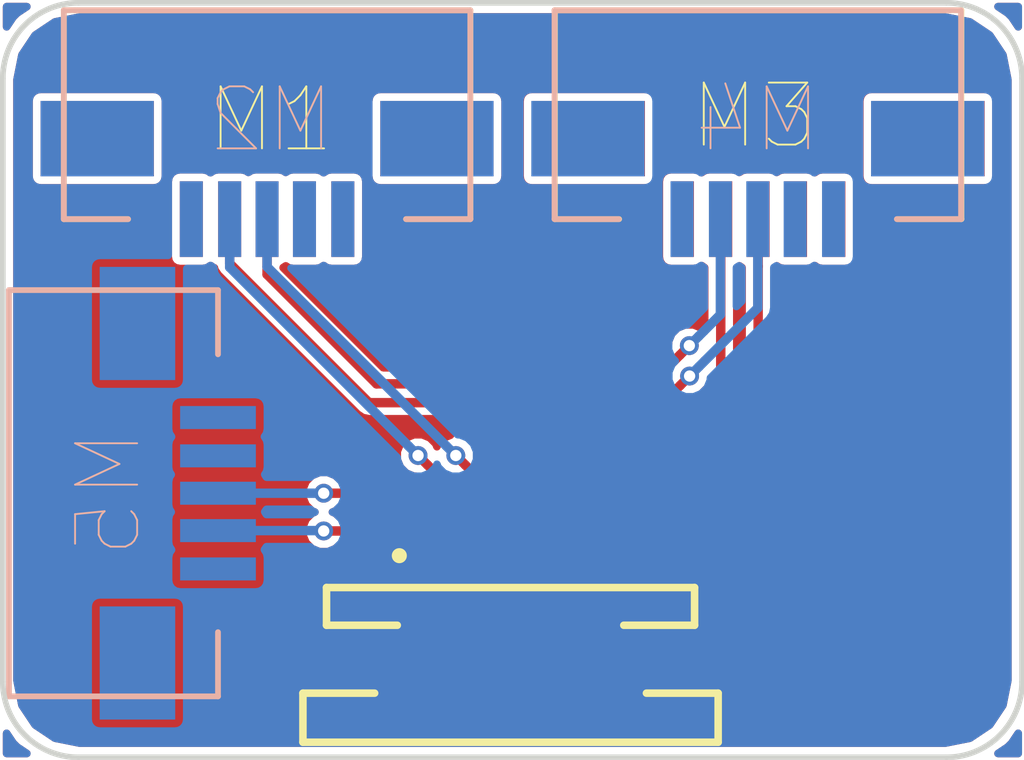
<source format=kicad_pcb>
(kicad_pcb (version 4) (host pcbnew 4.0.7)

  (general
    (links 0)
    (no_connects 0)
    (area 104.924999 59.924999 132.075001 80.075001)
    (thickness 1.6)
    (drawings 8)
    (tracks 58)
    (zones 0)
    (modules 7)
    (nets 27)
  )

  (page A4)
  (layers
    (0 F.Cu signal)
    (31 B.Cu signal)
    (32 B.Adhes user)
    (33 F.Adhes user)
    (34 B.Paste user)
    (35 F.Paste user)
    (36 B.SilkS user)
    (37 F.SilkS user)
    (38 B.Mask user)
    (39 F.Mask user)
    (40 Dwgs.User user)
    (41 Cmts.User user)
    (42 Eco1.User user)
    (43 Eco2.User user)
    (44 Edge.Cuts user)
    (45 Margin user)
    (46 B.CrtYd user)
    (47 F.CrtYd user)
    (48 B.Fab user)
    (49 F.Fab user)
  )

  (setup
    (last_trace_width 0.25)
    (trace_clearance 0.2)
    (zone_clearance 0.508)
    (zone_45_only no)
    (trace_min 0.2)
    (segment_width 0.2)
    (edge_width 0.15)
    (via_size 0.5)
    (via_drill 0.3)
    (via_min_size 0.4)
    (via_min_drill 0.3)
    (uvia_size 0.3)
    (uvia_drill 0.1)
    (uvias_allowed no)
    (uvia_min_size 0.2)
    (uvia_min_drill 0.1)
    (pcb_text_width 0.3)
    (pcb_text_size 1.5 1.5)
    (mod_edge_width 0.15)
    (mod_text_size 1 1)
    (mod_text_width 0.15)
    (pad_size 1.524 1.524)
    (pad_drill 0.762)
    (pad_to_mask_clearance 0)
    (aux_axis_origin 0 0)
    (visible_elements FFFFFF7F)
    (pcbplotparams
      (layerselection 0x00030_80000001)
      (usegerberextensions false)
      (excludeedgelayer true)
      (linewidth 0.100000)
      (plotframeref false)
      (viasonmask false)
      (mode 1)
      (useauxorigin false)
      (hpglpennumber 1)
      (hpglpenspeed 20)
      (hpglpendiameter 15)
      (hpglpenoverlay 2)
      (psnegative false)
      (psa4output false)
      (plotreference true)
      (plotvalue true)
      (plotinvisibletext false)
      (padsonsilk false)
      (subtractmaskfromsilk false)
      (outputformat 1)
      (mirror false)
      (drillshape 1)
      (scaleselection 1)
      (outputdirectory ""))
  )

  (net 0 "")
  (net 1 "Net-(J1-Pad1)")
  (net 2 "Net-(J1-Pad2)")
  (net 3 "Net-(J1-Pad3)")
  (net 4 "Net-(J1-Pad4)")
  (net 5 "Net-(J1-Pad5)")
  (net 6 "Net-(J1-Pad6)")
  (net 7 "Net-(J1-Pad7)")
  (net 8 "Net-(J1-Pad8)")
  (net 9 "Net-(J1-Pad9)")
  (net 10 "Net-(J1-Pad10)")
  (net 11 "Net-(J1-Pad11)")
  (net 12 "Net-(U1-Pad1)")
  (net 13 "Net-(U1-Pad2)")
  (net 14 "Net-(U1-Pad5)")
  (net 15 "Net-(U2-Pad1)")
  (net 16 "Net-(U2-Pad5)")
  (net 17 "Net-(U3-Pad1)")
  (net 18 "Net-(U3-Pad2)")
  (net 19 "Net-(U3-Pad5)")
  (net 20 "Net-(U4-Pad1)")
  (net 21 "Net-(U4-Pad5)")
  (net 22 "Net-(U5-Pad1)")
  (net 23 "Net-(U5-Pad5)")
  (net 24 "Net-(U2-Pad4)")
  (net 25 "Net-(U4-Pad4)")
  (net 26 "Net-(U5-Pad4)")

  (net_class Default "This is the default net class."
    (clearance 0.2)
    (trace_width 0.25)
    (via_dia 0.5)
    (via_drill 0.3)
    (uvia_dia 0.3)
    (uvia_drill 0.1)
    (add_net "Net-(J1-Pad1)")
    (add_net "Net-(J1-Pad10)")
    (add_net "Net-(J1-Pad11)")
    (add_net "Net-(J1-Pad2)")
    (add_net "Net-(J1-Pad3)")
    (add_net "Net-(J1-Pad4)")
    (add_net "Net-(J1-Pad5)")
    (add_net "Net-(J1-Pad6)")
    (add_net "Net-(J1-Pad7)")
    (add_net "Net-(J1-Pad8)")
    (add_net "Net-(J1-Pad9)")
    (add_net "Net-(U1-Pad1)")
    (add_net "Net-(U1-Pad2)")
    (add_net "Net-(U1-Pad5)")
    (add_net "Net-(U2-Pad1)")
    (add_net "Net-(U2-Pad4)")
    (add_net "Net-(U2-Pad5)")
    (add_net "Net-(U3-Pad1)")
    (add_net "Net-(U3-Pad2)")
    (add_net "Net-(U3-Pad5)")
    (add_net "Net-(U4-Pad1)")
    (add_net "Net-(U4-Pad4)")
    (add_net "Net-(U4-Pad5)")
    (add_net "Net-(U5-Pad1)")
    (add_net "Net-(U5-Pad4)")
    (add_net "Net-(U5-Pad5)")
  )

  (module ffc5:FCI_SFW5R-1STE1LF (layer B.Cu) (tedit 5B37A377) (tstamp 5B379BFF)
    (at 113.4432 73 270)
    (path /5B37895B)
    (attr smd)
    (fp_text reference M5 (at 0.0066 5.6432 270) (layer B.SilkS)
      (effects (font (size 1.64417 1.64417) (thickness 0.05)) (justify mirror))
    )
    (fp_text value SFW5R-1STE1LF (at -0.508496 0.457647 360) (layer B.SilkS) hide
      (effects (font (size 1.64161 1.64161) (thickness 0.05)) (justify mirror))
    )
    (fp_line (start 3.683 2.7432) (end 5.3848 2.7432) (layer B.SilkS) (width 0.1524))
    (fp_line (start -5.3848 2.7432) (end -3.683 2.7432) (layer B.SilkS) (width 0.1524))
    (fp_line (start 5.3848 2.7432) (end 5.3848 8.2804) (layer B.SilkS) (width 0.1524))
    (fp_line (start 5.3848 8.2804) (end -5.3848 8.2804) (layer B.SilkS) (width 0.1524))
    (fp_line (start -5.3848 8.2804) (end -5.3848 2.7432) (layer B.SilkS) (width 0.1524))
    (fp_line (start 5.3848 2.7432) (end 5.3848 8.2804) (layer Dwgs.User) (width 0.1524))
    (fp_line (start 5.3848 8.2804) (end -5.3848 8.2804) (layer Dwgs.User) (width 0.1524))
    (fp_line (start -5.3848 8.2804) (end -5.3848 2.7432) (layer Dwgs.User) (width 0.1524))
    (pad 1 smd rect (at 2.0066 2.7432) (size 2.0066 0.6096) (layers B.Cu B.Paste B.Mask)
      (net 22 "Net-(U5-Pad1)"))
    (pad 2 smd rect (at 0.9906 2.7432) (size 2.0066 0.6096) (layers B.Cu B.Paste B.Mask)
      (net 1 "Net-(J1-Pad1)"))
    (pad 3 smd rect (at 0 2.7432) (size 2.0066 0.6096) (layers B.Cu B.Paste B.Mask)
      (net 2 "Net-(J1-Pad2)"))
    (pad 4 smd rect (at -0.9906 2.7432) (size 2.0066 0.6096) (layers B.Cu B.Paste B.Mask)
      (net 26 "Net-(U5-Pad4)"))
    (pad 5 smd rect (at -2.0066 2.7432) (size 2.0066 0.6096) (layers B.Cu B.Paste B.Mask)
      (net 23 "Net-(U5-Pad5)"))
    (pad 6 smd rect (at -4.5 4.8768 270) (size 3 2) (layers B.Cu B.Paste B.Mask))
    (pad 7 smd rect (at 4.5 4.8768 270) (size 3 2) (layers B.Cu B.Paste B.Mask))
  )

  (module ffc5:FCI_SFW5R-1STE1LF (layer B.Cu) (tedit 5B37A368) (tstamp 5B379BF4)
    (at 112 68.4768 180)
    (path /5B3788FD)
    (attr smd)
    (fp_text reference M2 (at -0.1 5.3768 180) (layer B.SilkS)
      (effects (font (size 1.64417 1.64417) (thickness 0.05)) (justify mirror))
    )
    (fp_text value SFW5R-1STE1LF (at -0.508496 0.457647 270) (layer B.SilkS) hide
      (effects (font (size 1.64161 1.64161) (thickness 0.05)) (justify mirror))
    )
    (fp_line (start 3.683 2.7432) (end 5.3848 2.7432) (layer B.SilkS) (width 0.1524))
    (fp_line (start -5.3848 2.7432) (end -3.683 2.7432) (layer B.SilkS) (width 0.1524))
    (fp_line (start 5.3848 2.7432) (end 5.3848 8.2804) (layer B.SilkS) (width 0.1524))
    (fp_line (start 5.3848 8.2804) (end -5.3848 8.2804) (layer B.SilkS) (width 0.1524))
    (fp_line (start -5.3848 8.2804) (end -5.3848 2.7432) (layer B.SilkS) (width 0.1524))
    (fp_line (start 5.3848 2.7432) (end 5.3848 8.2804) (layer Dwgs.User) (width 0.1524))
    (fp_line (start 5.3848 8.2804) (end -5.3848 8.2804) (layer Dwgs.User) (width 0.1524))
    (fp_line (start -5.3848 8.2804) (end -5.3848 2.7432) (layer Dwgs.User) (width 0.1524))
    (pad 1 smd rect (at 2.0066 2.7432 270) (size 2.0066 0.6096) (layers B.Cu B.Paste B.Mask)
      (net 20 "Net-(U4-Pad1)"))
    (pad 2 smd rect (at 0.9906 2.7432 270) (size 2.0066 0.6096) (layers B.Cu B.Paste B.Mask)
      (net 3 "Net-(J1-Pad3)"))
    (pad 3 smd rect (at 0 2.7432 270) (size 2.0066 0.6096) (layers B.Cu B.Paste B.Mask)
      (net 4 "Net-(J1-Pad4)"))
    (pad 4 smd rect (at -0.9906 2.7432 270) (size 2.0066 0.6096) (layers B.Cu B.Paste B.Mask)
      (net 25 "Net-(U4-Pad4)"))
    (pad 5 smd rect (at -2.0066 2.7432 270) (size 2.0066 0.6096) (layers B.Cu B.Paste B.Mask)
      (net 21 "Net-(U4-Pad5)"))
    (pad 6 smd rect (at -4.5 4.8768 180) (size 3 2) (layers B.Cu B.Paste B.Mask))
    (pad 7 smd rect (at 4.5 4.8768 180) (size 3 2) (layers B.Cu B.Paste B.Mask))
  )

  (module ffc5:FCI_SFW5R-1STE1LF (layer F.Cu) (tedit 5B37A34B) (tstamp 5B379BE9)
    (at 112 68.4768)
    (path /5B378AC3)
    (attr smd)
    (fp_text reference M1 (at 0.1 -5.3768) (layer F.SilkS)
      (effects (font (size 1.64417 1.64417) (thickness 0.05)))
    )
    (fp_text value SFW5R-1STE1LF (at -0.508496 -0.457647) (layer F.SilkS) hide
      (effects (font (size 1.64161 1.64161) (thickness 0.05)))
    )
    (fp_line (start 3.683 -2.7432) (end 5.3848 -2.7432) (layer F.SilkS) (width 0.1524))
    (fp_line (start -5.3848 -2.7432) (end -3.683 -2.7432) (layer F.SilkS) (width 0.1524))
    (fp_line (start 5.3848 -2.7432) (end 5.3848 -8.2804) (layer F.SilkS) (width 0.1524))
    (fp_line (start 5.3848 -8.2804) (end -5.3848 -8.2804) (layer F.SilkS) (width 0.1524))
    (fp_line (start -5.3848 -8.2804) (end -5.3848 -2.7432) (layer F.SilkS) (width 0.1524))
    (fp_line (start 5.3848 -2.7432) (end 5.3848 -8.2804) (layer Dwgs.User) (width 0.1524))
    (fp_line (start 5.3848 -8.2804) (end -5.3848 -8.2804) (layer Dwgs.User) (width 0.1524))
    (fp_line (start -5.3848 -8.2804) (end -5.3848 -2.7432) (layer Dwgs.User) (width 0.1524))
    (pad 1 smd rect (at 2.0066 -2.7432 270) (size 2.0066 0.6096) (layers F.Cu F.Paste F.Mask)
      (net 17 "Net-(U3-Pad1)"))
    (pad 2 smd rect (at 0.9906 -2.7432 270) (size 2.0066 0.6096) (layers F.Cu F.Paste F.Mask)
      (net 18 "Net-(U3-Pad2)"))
    (pad 3 smd rect (at 0 -2.7432 270) (size 2.0066 0.6096) (layers F.Cu F.Paste F.Mask)
      (net 6 "Net-(J1-Pad6)"))
    (pad 4 smd rect (at -0.9906 -2.7432 270) (size 2.0066 0.6096) (layers F.Cu F.Paste F.Mask)
      (net 5 "Net-(J1-Pad5)"))
    (pad 5 smd rect (at -2.0066 -2.7432 270) (size 2.0066 0.6096) (layers F.Cu F.Paste F.Mask)
      (net 19 "Net-(U3-Pad5)"))
    (pad 6 smd rect (at -4.5 -4.8768) (size 3 2) (layers F.Cu F.Paste F.Mask))
    (pad 7 smd rect (at 4.5 -4.8768) (size 3 2) (layers F.Cu F.Paste F.Mask))
  )

  (module ffc5:FCI_SFW5R-1STE1LF (layer B.Cu) (tedit 5B37A331) (tstamp 5B379BDE)
    (at 125 68.4768 180)
    (path /5B37877E)
    (attr smd)
    (fp_text reference M4 (at 0 5.3768 180) (layer B.SilkS)
      (effects (font (size 1.64417 1.64417) (thickness 0.05)) (justify mirror))
    )
    (fp_text value SFW5R-1STE1LF (at -0.508496 0.457647 180) (layer B.SilkS) hide
      (effects (font (size 1.64161 1.64161) (thickness 0.05)) (justify mirror))
    )
    (fp_line (start 3.683 2.7432) (end 5.3848 2.7432) (layer B.SilkS) (width 0.1524))
    (fp_line (start -5.3848 2.7432) (end -3.683 2.7432) (layer B.SilkS) (width 0.1524))
    (fp_line (start 5.3848 2.7432) (end 5.3848 8.2804) (layer B.SilkS) (width 0.1524))
    (fp_line (start 5.3848 8.2804) (end -5.3848 8.2804) (layer B.SilkS) (width 0.1524))
    (fp_line (start -5.3848 8.2804) (end -5.3848 2.7432) (layer B.SilkS) (width 0.1524))
    (fp_line (start 5.3848 2.7432) (end 5.3848 8.2804) (layer Dwgs.User) (width 0.1524))
    (fp_line (start 5.3848 8.2804) (end -5.3848 8.2804) (layer Dwgs.User) (width 0.1524))
    (fp_line (start -5.3848 8.2804) (end -5.3848 2.7432) (layer Dwgs.User) (width 0.1524))
    (pad 1 smd rect (at 2.0066 2.7432 270) (size 2.0066 0.6096) (layers B.Cu B.Paste B.Mask)
      (net 15 "Net-(U2-Pad1)"))
    (pad 2 smd rect (at 0.9906 2.7432 270) (size 2.0066 0.6096) (layers B.Cu B.Paste B.Mask)
      (net 7 "Net-(J1-Pad7)"))
    (pad 3 smd rect (at 0 2.7432 270) (size 2.0066 0.6096) (layers B.Cu B.Paste B.Mask)
      (net 8 "Net-(J1-Pad8)"))
    (pad 4 smd rect (at -0.9906 2.7432 270) (size 2.0066 0.6096) (layers B.Cu B.Paste B.Mask)
      (net 24 "Net-(U2-Pad4)"))
    (pad 5 smd rect (at -2.0066 2.7432 270) (size 2.0066 0.6096) (layers B.Cu B.Paste B.Mask)
      (net 16 "Net-(U2-Pad5)"))
    (pad 6 smd rect (at -4.5 4.8768 180) (size 3 2) (layers B.Cu B.Paste B.Mask))
    (pad 7 smd rect (at 4.5 4.8768 180) (size 3 2) (layers B.Cu B.Paste B.Mask))
  )

  (module ffc5:FCI_SFW5R-1STE1LF (layer F.Cu) (tedit 5B37A2FD) (tstamp 5B379BD3)
    (at 125.0094 68.4768)
    (path /5B3789C1)
    (attr smd)
    (fp_text reference M3 (at -0.1094 -5.4768) (layer F.SilkS)
      (effects (font (size 1.64417 1.64417) (thickness 0.05)))
    )
    (fp_text value SFW5R-1STE1LF (at -0.508496 -0.457647) (layer F.SilkS) hide
      (effects (font (size 1.64161 1.64161) (thickness 0.05)))
    )
    (fp_line (start 3.683 -2.7432) (end 5.3848 -2.7432) (layer F.SilkS) (width 0.1524))
    (fp_line (start -5.3848 -2.7432) (end -3.683 -2.7432) (layer F.SilkS) (width 0.1524))
    (fp_line (start 5.3848 -2.7432) (end 5.3848 -8.2804) (layer F.SilkS) (width 0.1524))
    (fp_line (start 5.3848 -8.2804) (end -5.3848 -8.2804) (layer F.SilkS) (width 0.1524))
    (fp_line (start -5.3848 -8.2804) (end -5.3848 -2.7432) (layer F.SilkS) (width 0.1524))
    (fp_line (start 5.3848 -2.7432) (end 5.3848 -8.2804) (layer Dwgs.User) (width 0.1524))
    (fp_line (start 5.3848 -8.2804) (end -5.3848 -8.2804) (layer Dwgs.User) (width 0.1524))
    (fp_line (start -5.3848 -8.2804) (end -5.3848 -2.7432) (layer Dwgs.User) (width 0.1524))
    (pad 1 smd rect (at 2.0066 -2.7432 270) (size 2.0066 0.6096) (layers F.Cu F.Paste F.Mask)
      (net 12 "Net-(U1-Pad1)"))
    (pad 2 smd rect (at 0.9906 -2.7432 270) (size 2.0066 0.6096) (layers F.Cu F.Paste F.Mask)
      (net 13 "Net-(U1-Pad2)"))
    (pad 3 smd rect (at 0 -2.7432 270) (size 2.0066 0.6096) (layers F.Cu F.Paste F.Mask)
      (net 10 "Net-(J1-Pad10)"))
    (pad 4 smd rect (at -0.9906 -2.7432 270) (size 2.0066 0.6096) (layers F.Cu F.Paste F.Mask)
      (net 9 "Net-(J1-Pad9)"))
    (pad 5 smd rect (at -2.0066 -2.7432 270) (size 2.0066 0.6096) (layers F.Cu F.Paste F.Mask)
      (net 14 "Net-(U1-Pad5)"))
    (pad 6 smd rect (at -4.5 -4.8768) (size 3 2) (layers F.Cu F.Paste F.Mask))
    (pad 7 smd rect (at 4.5 -4.8768) (size 3 2) (layers F.Cu F.Paste F.Mask))
  )

  (module ffc:GCT_FFC2B10-10-X_REVD (layer F.Cu) (tedit 5B3793CD) (tstamp 5B3793B4)
    (at 118.45 77.5)
    (descr "Original name <b>FFC2B10-10-X_revD</b><p>")
    (path /5B3787C5)
    (attr smd)
    (fp_text reference J1 (at -6.35113 0.040035) (layer F.SilkS) hide
      (effects (font (size 1.00097 1.00097) (thickness 0.05)))
    )
    (fp_text value FFC2B10-10-X_REVD (at 6.4593 -0.596316 90) (layer F.SilkS) hide
      (effects (font (size 1.00222 1.00222) (thickness 0.05)))
    )
    (fp_circle (center -2.9464 -2.8448) (end -2.8464 -2.8448) (layer F.SilkS) (width 0.2))
    (fp_line (start -5.7404 2.3622) (end 5.7404 2.3622) (layer Eco1.User) (width 0.05))
    (fp_line (start -5.1054 0.5588) (end -5.1054 -2.2606) (layer Eco1.User) (width 0.05))
    (fp_line (start -5.1054 -2.2606) (end -2.6416 -2.2606) (layer Eco1.User) (width 0.05))
    (fp_line (start 5.7404 2.3622) (end 5.7404 0.5588) (layer Eco1.User) (width 0.05))
    (fp_line (start 5.1054 0.5588) (end 5.7404 0.5588) (layer Eco1.User) (width 0.05))
    (fp_line (start -5.7404 0.5588) (end -5.1054 0.5588) (layer Eco1.User) (width 0.05))
    (fp_line (start -2.6416 -3.556) (end 2.6416 -3.556) (layer Eco1.User) (width 0.05))
    (fp_line (start 2.6416 -2.2606) (end 2.6416 -3.556) (layer Eco1.User) (width 0.05))
    (fp_line (start -5.7404 2.3622) (end -5.7404 0.5588) (layer Eco1.User) (width 0.05))
    (fp_line (start 0 0.5) (end 0 -0.5) (layer Dwgs.User) (width 0.1))
    (fp_line (start 5.1054 0.5588) (end 5.1054 -2.2606) (layer Eco1.User) (width 0.05))
    (fp_line (start -0.5 0) (end 0.5 0) (layer Dwgs.User) (width 0.1))
    (fp_line (start 2.6416 -2.2606) (end 5.1054 -2.2606) (layer Eco1.User) (width 0.05))
    (fp_line (start -2.6416 -2.2606) (end -2.6416 -3.556) (layer Eco1.User) (width 0.05))
    (fp_line (start -5.5 2.1) (end 5.5 2.1) (layer Dwgs.User) (width 0.1))
    (fp_line (start -4.875 0.8) (end -4.875 -2) (layer Dwgs.User) (width 0.1))
    (fp_line (start 5.5 2.1) (end 5.5 0.8) (layer Dwgs.User) (width 0.1))
    (fp_line (start 4.875 0.8) (end 5.5 0.8) (layer Dwgs.User) (width 0.1))
    (fp_line (start -5.5 0.8) (end -4.875 0.8) (layer Dwgs.User) (width 0.1))
    (fp_line (start -2.5 -2.9) (end 2.5 -2.9) (layer Dwgs.User) (width 0.1))
    (fp_line (start 2.5 -2) (end 2.5 -2.9) (layer Dwgs.User) (width 0.1))
    (fp_line (start -5.5 2.1) (end -5.5 0.8) (layer Dwgs.User) (width 0.1))
    (fp_line (start 4.875 0.8) (end 4.875 -2) (layer Dwgs.User) (width 0.1))
    (fp_line (start 2.5 -2) (end 4.875 -2) (layer Dwgs.User) (width 0.1))
    (fp_line (start -2.5 -2) (end -2.5 -2.9) (layer Dwgs.User) (width 0.1))
    (fp_line (start -4.875 -2) (end -2.5 -2) (layer Dwgs.User) (width 0.1))
    (fp_line (start -5.5 2.1) (end 5.5 2.1) (layer F.SilkS) (width 0.2))
    (fp_line (start -5.5 0.8) (end -3.6 0.8) (layer F.SilkS) (width 0.2))
    (fp_line (start 5.5 2.1) (end 5.5 0.8) (layer F.SilkS) (width 0.2))
    (fp_line (start 3.6 0.8) (end 5.5 0.8) (layer F.SilkS) (width 0.2))
    (fp_line (start -5.5 2.1) (end -5.5 0.8) (layer F.SilkS) (width 0.2))
    (fp_line (start 3 -1) (end 4.875 -1) (layer F.SilkS) (width 0.2))
    (fp_line (start -4.875 -2) (end 4.875 -2) (layer F.SilkS) (width 0.2))
    (fp_line (start 4.875 -1) (end 4.875 -2) (layer F.SilkS) (width 0.2))
    (fp_line (start -4.875 -1) (end -3 -1) (layer F.SilkS) (width 0.2))
    (fp_line (start -4.875 -1) (end -4.875 -2) (layer F.SilkS) (width 0.2))
    (pad 1 smd rect (at -2.25 -2.78) (size 0.3 1) (layers F.Cu F.Paste F.Mask)
      (net 1 "Net-(J1-Pad1)"))
    (pad 2 smd rect (at -1.75 -2.78) (size 0.3 1) (layers F.Cu F.Paste F.Mask)
      (net 2 "Net-(J1-Pad2)"))
    (pad 3 smd rect (at -1.25 -2.78) (size 0.3 1) (layers F.Cu F.Paste F.Mask)
      (net 3 "Net-(J1-Pad3)"))
    (pad 4 smd rect (at -0.75 -2.78) (size 0.3 1) (layers F.Cu F.Paste F.Mask)
      (net 4 "Net-(J1-Pad4)"))
    (pad 5 smd rect (at -0.25 -2.78) (size 0.3 1) (layers F.Cu F.Paste F.Mask)
      (net 5 "Net-(J1-Pad5)"))
    (pad 6 smd rect (at 0.25 -2.78) (size 0.3 1) (layers F.Cu F.Paste F.Mask)
      (net 6 "Net-(J1-Pad6)"))
    (pad 7 smd rect (at 0.75 -2.78) (size 0.3 1) (layers F.Cu F.Paste F.Mask)
      (net 7 "Net-(J1-Pad7)"))
    (pad 8 smd rect (at 1.25 -2.78) (size 0.3 1) (layers F.Cu F.Paste F.Mask)
      (net 8 "Net-(J1-Pad8)"))
    (pad 9 smd rect (at 1.75 -2.78) (size 0.3 1) (layers F.Cu F.Paste F.Mask)
      (net 9 "Net-(J1-Pad9)"))
    (pad 10 smd rect (at 2.25 -2.78) (size 0.3 1) (layers F.Cu F.Paste F.Mask)
      (net 10 "Net-(J1-Pad10)"))
    (pad 11 smd rect (at -4.35 -1) (size 2 2.5) (layers F.Cu F.Paste F.Mask)
      (net 11 "Net-(J1-Pad11)"))
    (pad 12 smd rect (at 4.35 -1) (size 2 2.5) (layers F.Cu F.Paste F.Mask)
      (net 11 "Net-(J1-Pad11)"))
  )

  (module LOGO:HD (layer B.Cu) (tedit 0) (tstamp 5B40A989)
    (at 123.952 74.422)
    (fp_text reference G*** (at 0 0) (layer B.SilkS) hide
      (effects (font (thickness 0.3)) (justify mirror))
    )
    (fp_text value LOGO (at 0.75 0) (layer B.SilkS) hide
      (effects (font (thickness 0.3)) (justify mirror))
    )
    (fp_poly (pts (xy 2.135724 4.70943) (xy 2.180089 4.663209) (xy 2.215248 4.624569) (xy 2.236705 4.59857)
      (xy 2.241176 4.590765) (xy 2.230747 4.579593) (xy 2.200025 4.54815) (xy 2.149859 4.497285)
      (xy 2.081096 4.427847) (xy 1.994584 4.340684) (xy 1.891173 4.236645) (xy 1.77171 4.116577)
      (xy 1.637043 3.981331) (xy 1.488021 3.831753) (xy 1.325491 3.668693) (xy 1.150303 3.492999)
      (xy 0.963303 3.30552) (xy 0.76534 3.107104) (xy 0.557263 2.8986) (xy 0.33992 2.680856)
      (xy 0.114158 2.454721) (xy -0.119173 2.221043) (xy -0.359227 1.980671) (xy -0.605154 1.734454)
      (xy -0.856106 1.483239) (xy -1.111236 1.227876) (xy -1.369695 0.969212) (xy -1.630634 0.708097)
      (xy -1.893207 0.445379) (xy -2.156564 0.181906) (xy -2.419857 -0.081473) (xy -2.682238 -0.343909)
      (xy -2.94286 -0.604554) (xy -3.200873 -0.86256) (xy -3.45543 -1.117078) (xy -3.705682 -1.367259)
      (xy -3.950781 -1.612255) (xy -4.18988 -1.851217) (xy -4.422129 -2.083298) (xy -4.646681 -2.307647)
      (xy -4.862687 -2.523418) (xy -5.0693 -2.729761) (xy -5.26567 -2.925827) (xy -5.450951 -3.110769)
      (xy -5.624293 -3.283738) (xy -5.784849 -3.443885) (xy -5.931771 -3.590361) (xy -6.064209 -3.722319)
      (xy -6.181317 -3.83891) (xy -6.282245 -3.939284) (xy -6.366146 -4.022595) (xy -6.432171 -4.087992)
      (xy -6.479472 -4.134628) (xy -6.507202 -4.161654) (xy -6.514737 -4.168588) (xy -6.527874 -4.158651)
      (xy -6.557113 -4.131831) (xy -6.597671 -4.09262) (xy -6.630351 -4.060085) (xy -6.73813 -3.951581)
      (xy -2.35393 0.4326) (xy 2.030271 4.816782) (xy 2.135724 4.70943)) (layer B.Mask) (width 0.01))
    (fp_poly (pts (xy 6.615022 0.653884) (xy 6.660292 0.608034) (xy 6.696303 0.569882) (xy 6.718553 0.544301)
      (xy 6.723529 0.536485) (xy 6.713157 0.525492) (xy 6.682811 0.494528) (xy 6.633648 0.444754)
      (xy 6.566826 0.377326) (xy 6.483503 0.293406) (xy 6.384833 0.19415) (xy 6.271976 0.080718)
      (xy 6.146089 -0.04573) (xy 6.008327 -0.184037) (xy 5.859849 -0.333043) (xy 5.701811 -0.491589)
      (xy 5.535371 -0.658516) (xy 5.361685 -0.832666) (xy 5.181911 -1.012879) (xy 4.997207 -1.197997)
      (xy 4.808728 -1.386861) (xy 4.617632 -1.578311) (xy 4.425077 -1.77119) (xy 4.232219 -1.964337)
      (xy 4.040216 -2.156595) (xy 3.850224 -2.346804) (xy 3.663401 -2.533805) (xy 3.480903 -2.71644)
      (xy 3.303889 -2.893549) (xy 3.133515 -3.063974) (xy 2.970937 -3.226555) (xy 2.817315 -3.380135)
      (xy 2.673803 -3.523553) (xy 2.54156 -3.655651) (xy 2.421743 -3.775271) (xy 2.315508 -3.881252)
      (xy 2.224013 -3.972437) (xy 2.148415 -4.047667) (xy 2.089872 -4.105782) (xy 2.049539 -4.145623)
      (xy 2.028575 -4.166032) (xy 2.025721 -4.168588) (xy 2.015101 -4.158696) (xy 1.987884 -4.131937)
      (xy 1.94849 -4.092685) (xy 1.912293 -4.05635) (xy 1.800804 -3.944113) (xy 4.153659 -1.591223)
      (xy 6.506514 0.761668) (xy 6.615022 0.653884)) (layer B.Mask) (width 0.01))
    (fp_poly (pts (xy 5.244353 0.963964) (xy 3.309213 -0.971176) (xy 1.172482 -0.971176) (xy 0.967341 -1.17671)
      (xy 0.762201 -1.382244) (xy 0.758365 -2.450445) (xy 0.754529 -3.518647) (xy -1.591236 -3.520659)
      (xy -1.855038 -3.520802) (xy -2.111531 -3.520779) (xy -2.359043 -3.520598) (xy -2.595901 -3.520266)
      (xy -2.820435 -3.51979) (xy -3.030972 -3.519179) (xy -3.22584 -3.51844) (xy -3.403368 -3.51758)
      (xy -3.561883 -3.516608) (xy -3.699714 -3.51553) (xy -3.815189 -3.514355) (xy -3.906636 -3.51309)
      (xy -3.972384 -3.511743) (xy -4.010759 -3.510321) (xy -4.019177 -3.509582) (xy -4.087622 -3.49736)
      (xy -4.156859 -3.482773) (xy -4.220286 -3.467478) (xy -4.271301 -3.453133) (xy -4.303304 -3.441394)
      (xy -4.31054 -3.436454) (xy -4.301231 -3.424462) (xy -4.272122 -3.393043) (xy -4.224722 -3.343717)
      (xy -4.160541 -3.278006) (xy -4.081089 -3.197432) (xy -3.987873 -3.103515) (xy -3.882405 -2.997777)
      (xy -3.766192 -2.881739) (xy -3.640746 -2.756922) (xy -3.507574 -2.624849) (xy -3.385642 -2.504272)
      (xy -2.453529 -1.583764) (xy -1.180353 -1.583764) (xy -1.180353 -0.306206) (xy -0.22781 0.64625)
      (xy -0.087588 0.786255) (xy 0.046821 0.92006) (xy 0.173894 1.04617) (xy 0.292106 1.163091)
      (xy 0.399933 1.269328) (xy 0.495851 1.363387) (xy 0.578335 1.443774) (xy 0.645863 1.508993)
      (xy 0.696909 1.55755) (xy 0.72995 1.587951) (xy 0.743461 1.598702) (xy 0.743522 1.598706)
      (xy 0.746822 1.59336) (xy 0.7497 1.576293) (xy 0.752171 1.545963) (xy 0.754254 1.50083)
      (xy 0.755964 1.439349) (xy 0.757318 1.35998) (xy 0.758333 1.261181) (xy 0.759027 1.14141)
      (xy 0.759415 0.999124) (xy 0.759515 0.832782) (xy 0.759343 0.640842) (xy 0.758917 0.421762)
      (xy 0.75842 0.231587) (xy 0.757933 0.032296) (xy 0.757623 -0.158264) (xy 0.757485 -0.338001)
      (xy 0.757514 -0.504824) (xy 0.757703 -0.656641) (xy 0.758048 -0.791363) (xy 0.758542 -0.906897)
      (xy 0.75918 -1.001153) (xy 0.759958 -1.072038) (xy 0.760868 -1.117463) (xy 0.761906 -1.135336)
      (xy 0.762033 -1.13553) (xy 0.773347 -1.125173) (xy 0.804477 -1.094965) (xy 0.854119 -1.0462)
      (xy 0.920975 -0.980169) (xy 1.003743 -0.898167) (xy 1.101122 -0.801488) (xy 1.211811 -0.691424)
      (xy 1.334509 -0.569268) (xy 1.467915 -0.436314) (xy 1.610729 -0.293856) (xy 1.761649 -0.143186)
      (xy 1.919375 0.014401) (xy 2.035768 0.130768) (xy 3.302 1.397066) (xy 3.302 3.526118)
      (xy 5.244353 3.526118) (xy 5.244353 0.963964)) (layer B.Mask) (width 0.01))
    (fp_poly (pts (xy 5.233791 -1.174771) (xy 5.237661 -1.192836) (xy 5.240894 -1.234972) (xy 5.243203 -1.29537)
      (xy 5.244301 -1.36822) (xy 5.244353 -1.388327) (xy 5.244353 -1.591321) (xy 4.273176 -2.562412)
      (xy 3.302 -3.533502) (xy 3.302 -3.085266) (xy 4.262614 -2.124738) (xy 4.403199 -1.984393)
      (xy 4.537819 -1.850443) (xy 4.664977 -1.724355) (xy 4.783173 -1.607596) (xy 4.890905 -1.501632)
      (xy 4.986676 -1.407931) (xy 5.068984 -1.32796) (xy 5.13633 -1.263185) (xy 5.187215 -1.215075)
      (xy 5.220139 -1.185095) (xy 5.233601 -1.174713) (xy 5.233791 -1.174771)) (layer B.Mask) (width 0.01))
    (fp_poly (pts (xy 5.236653 -1.833978) (xy 5.24035 -1.875065) (xy 5.243001 -1.934685) (xy 5.244283 -2.007165)
      (xy 5.244353 -2.029083) (xy 5.244353 -2.233578) (xy 4.598211 -2.879848) (xy 3.95207 -3.526117)
      (xy 3.503803 -3.526117) (xy 4.36196 -2.667863) (xy 4.49475 -2.535294) (xy 4.621547 -2.409165)
      (xy 4.740758 -2.291034) (xy 4.850792 -2.182457) (xy 4.950054 -2.084993) (xy 5.036953 -2.000197)
      (xy 5.109895 -1.929627) (xy 5.167287 -1.87484) (xy 5.207537 -1.837394) (xy 5.229051 -1.818846)
      (xy 5.232235 -1.817098) (xy 5.236653 -1.833978)) (layer B.Mask) (width 0.01))
    (fp_poly (pts (xy 5.236649 -2.476445) (xy 5.240355 -2.517529) (xy 5.24301 -2.577122) (xy 5.244287 -2.649542)
      (xy 5.244353 -2.67084) (xy 5.244353 -2.874623) (xy 4.919831 -3.20037) (xy 4.59531 -3.526117)
      (xy 4.146332 -3.526117) (xy 4.683207 -2.989087) (xy 4.787752 -2.884886) (xy 4.886045 -2.78764)
      (xy 4.976054 -2.699309) (xy 5.055747 -2.621853) (xy 5.123092 -2.55723) (xy 5.176058 -2.507401)
      (xy 5.212614 -2.474325) (xy 5.230728 -2.45996) (xy 5.232217 -2.459557) (xy 5.236649 -2.476445)) (layer B.Mask) (width 0.01))
    (fp_poly (pts (xy 5.236558 -3.118868) (xy 5.24026 -3.160014) (xy 5.242935 -3.219802) (xy 5.244264 -3.292615)
      (xy 5.244353 -3.317823) (xy 5.244353 -3.526117) (xy 4.789033 -3.526117) (xy 5.004487 -3.310279)
      (xy 5.069984 -3.245587) (xy 5.128662 -3.189382) (xy 5.177202 -3.144698) (xy 5.212288 -3.114569)
      (xy 5.230603 -3.102031) (xy 5.232146 -3.101984) (xy 5.236558 -3.118868)) (layer B.Mask) (width 0.01))
    (fp_poly (pts (xy -2.812277 -1.584482) (xy -2.746903 -1.586451) (xy -2.698144 -1.589396) (xy -2.671711 -1.593044)
      (xy -2.668891 -1.594325) (xy -2.677824 -1.605897) (xy -2.70607 -1.636669) (xy -2.751763 -1.68476)
      (xy -2.813034 -1.74829) (xy -2.888017 -1.825379) (xy -2.974843 -1.914149) (xy -3.071646 -2.012719)
      (xy -3.176556 -2.11921) (xy -3.287708 -2.231742) (xy -3.403233 -2.348434) (xy -3.521263 -2.467409)
      (xy -3.639932 -2.586785) (xy -3.757371 -2.704684) (xy -3.871713 -2.819225) (xy -3.98109 -2.928529)
      (xy -4.083635 -3.030717) (xy -4.17748 -3.123908) (xy -4.260758 -3.206222) (xy -4.331601 -3.275781)
      (xy -4.388142 -3.330704) (xy -4.428512 -3.369112) (xy -4.450845 -3.389125) (xy -4.454641 -3.391647)
      (xy -4.471298 -3.385349) (xy -4.508465 -3.368364) (xy -4.560018 -3.343552) (xy -4.600364 -3.32357)
      (xy -4.657247 -3.293432) (xy -4.702376 -3.266357) (xy -4.730062 -3.245946) (xy -4.736024 -3.237659)
      (xy -4.725643 -3.224519) (xy -4.695684 -3.191959) (xy -4.647761 -3.141627) (xy -4.583488 -3.075169)
      (xy -4.504481 -2.994233) (xy -4.412353 -2.900466) (xy -4.308719 -2.795514) (xy -4.195195 -2.681025)
      (xy -4.073393 -2.558646) (xy -3.944929 -2.430025) (xy -3.916675 -2.401794) (xy -3.097654 -1.583764)
      (xy -2.888553 -1.583764) (xy -2.812277 -1.584482)) (layer B.Mask) (width 0.01))
    (fp_poly (pts (xy -3.56378 -1.502365) (xy -3.496311 -1.54452) (xy -3.42566 -1.573184) (xy -3.363147 -1.583764)
      (xy -3.363127 -1.583764) (xy -3.329089 -1.587435) (xy -3.311214 -1.595885) (xy -3.3203 -1.608144)
      (xy -3.348946 -1.639795) (xy -3.395521 -1.689167) (xy -3.458391 -1.754584) (xy -3.535923 -1.834375)
      (xy -3.626486 -1.926864) (xy -3.728445 -2.03038) (xy -3.84017 -2.143248) (xy -3.960027 -2.263795)
      (xy -4.083538 -2.387504) (xy -4.863353 -3.167003) (xy -4.915647 -3.127482) (xy -4.956291 -3.094452)
      (xy -5.004917 -3.051753) (xy -5.035588 -3.023258) (xy -5.103234 -2.958554) (xy -4.356878 -2.212634)
      (xy -3.610521 -1.466714) (xy -3.56378 -1.502365)) (layer B.Mask) (width 0.01))
    (fp_poly (pts (xy -3.727041 -0.341192) (xy -3.723806 -0.383325) (xy -3.721498 -0.443708) (xy -3.720403 -0.516527)
      (xy -3.720353 -0.536336) (xy -3.720353 -0.738985) (xy -4.583032 -1.602139) (xy -4.716173 -1.73524)
      (xy -4.843263 -1.86207) (xy -4.962718 -1.98106) (xy -5.072951 -2.090642) (xy -5.17238 -2.189249)
      (xy -5.259417 -2.27531) (xy -5.332479 -2.347258) (xy -5.389981 -2.403525) (xy -5.430338 -2.442542)
      (xy -5.451964 -2.462741) (xy -5.45525 -2.465294) (xy -5.465819 -2.452738) (xy -5.483266 -2.420267)
      (xy -5.49857 -2.386853) (xy -5.523892 -2.325029) (xy -5.549154 -2.258717) (xy -5.558632 -2.232117)
      (xy -5.584913 -2.155823) (xy -4.663194 -1.234194) (xy -4.525537 -1.096786) (xy -4.393865 -0.965812)
      (xy -4.26971 -0.84277) (xy -4.154604 -0.729156) (xy -4.050079 -0.626468) (xy -3.957667 -0.536201)
      (xy -3.878899 -0.459854) (xy -3.815307 -0.398922) (xy -3.768424 -0.354904) (xy -3.73978 -0.329296)
      (xy -3.730914 -0.323125) (xy -3.727041 -0.341192)) (layer B.Mask) (width 0.01))
    (fp_poly (pts (xy 5.233517 0.096694) (xy 5.238985 0.070833) (xy 5.24241 0.02374) (xy 5.244076 -0.047851)
      (xy 5.244353 -0.108052) (xy 5.244353 -0.320692) (xy 4.284539 -1.280934) (xy 4.143934 -1.42148)
      (xy 4.009283 -1.555836) (xy 3.88209 -1.682515) (xy 3.76386 -1.80003) (xy 3.656096 -1.906894)
      (xy 3.560302 -2.001619) (xy 3.477982 -2.08272) (xy 3.410641 -2.148708) (xy 3.359782 -2.198096)
      (xy 3.32691 -2.229398) (xy 3.313528 -2.241127) (xy 3.313363 -2.241176) (xy 3.309378 -2.227104)
      (xy 3.306003 -2.188359) (xy 3.303508 -2.130148) (xy 3.30216 -2.057679) (xy 3.302 -2.02075)
      (xy 3.302 -1.800324) (xy 4.254543 -0.847868) (xy 4.394762 -0.707864) (xy 4.529165 -0.57406)
      (xy 4.656229 -0.447951) (xy 4.774429 -0.331031) (xy 4.882243 -0.224794) (xy 4.978145 -0.130735)
      (xy 5.060613 -0.050349) (xy 5.128122 0.014871) (xy 5.179149 0.063429) (xy 5.212169 0.093832)
      (xy 5.225659 0.104584) (xy 5.22572 0.104588) (xy 5.233517 0.096694)) (layer B.Mask) (width 0.01))
    (fp_poly (pts (xy -3.730915 0.319346) (xy -3.727041 0.301279) (xy -3.723806 0.259146) (xy -3.721497 0.198765)
      (xy -3.720403 0.125951) (xy -3.720353 0.106194) (xy -3.720353 -0.096396) (xy -4.665383 -1.046878)
      (xy -4.804668 -1.186899) (xy -4.937952 -1.320753) (xy -5.06373 -1.446936) (xy -5.180495 -1.563945)
      (xy -5.286742 -1.670274) (xy -5.380966 -1.764419) (xy -5.46166 -1.844877) (xy -5.52732 -1.910142)
      (xy -5.57644 -1.95871) (xy -5.607513 -1.989078) (xy -5.619033 -1.999739) (xy -5.625134 -1.987287)
      (xy -5.633639 -1.952116) (xy -5.642952 -1.901124) (xy -5.645279 -1.886323) (xy -5.654228 -1.814891)
      (xy -5.660538 -1.740361) (xy -5.662805 -1.680839) (xy -5.662706 -1.591148) (xy -4.702091 -0.63062)
      (xy -4.561507 -0.490275) (xy -4.426886 -0.356326) (xy -4.299729 -0.230237) (xy -4.181533 -0.113478)
      (xy -4.073801 -0.007514) (xy -3.97803 0.086187) (xy -3.895722 0.166158) (xy -3.828375 0.230932)
      (xy -3.777491 0.279043) (xy -3.744567 0.309023) (xy -3.731105 0.319405) (xy -3.730915 0.319346)) (layer B.Mask) (width 0.01))
    (fp_poly (pts (xy 5.234824 0.735573) (xy 5.240041 0.699911) (xy 5.243164 0.638273) (xy 5.244336 0.548853)
      (xy 5.244353 0.534419) (xy 5.244353 0.321778) (xy 4.284539 -0.638464) (xy 4.143934 -0.779009)
      (xy 4.009283 -0.913365) (xy 3.88209 -1.040044) (xy 3.76386 -1.157559) (xy 3.656096 -1.264423)
      (xy 3.560302 -1.359149) (xy 3.477982 -1.440249) (xy 3.410641 -1.506237) (xy 3.359782 -1.555626)
      (xy 3.32691 -1.586928) (xy 3.313528 -1.598656) (xy 3.313363 -1.598706) (xy 3.309371 -1.584635)
      (xy 3.305992 -1.545901) (xy 3.303497 -1.487721) (xy 3.302155 -1.415312) (xy 3.302 -1.379102)
      (xy 3.302 -1.159498) (xy 4.256193 -0.206219) (xy 4.396533 -0.066197) (xy 4.531023 0.06763)
      (xy 4.658143 0.19377) (xy 4.77637 0.31073) (xy 4.884186 0.417018) (xy 4.98007 0.511141)
      (xy 5.062501 0.591607) (xy 5.129958 0.656923) (xy 5.180922 0.705597) (xy 5.213872 0.736137)
      (xy 5.227288 0.747051) (xy 5.227369 0.747059) (xy 5.234824 0.735573)) (layer B.Mask) (width 0.01))
    (fp_poly (pts (xy -3.72757 0.957112) (xy -3.724237 0.918418) (xy -3.721786 0.860346) (xy -3.720489 0.788147)
      (xy -3.720353 0.754418) (xy -3.720353 0.53766) (xy -4.69153 -0.433637) (xy -5.662706 -1.404934)
      (xy -5.662706 -0.948678) (xy -4.702692 0.01125) (xy -4.562057 0.151752) (xy -4.427382 0.286066)
      (xy -4.300171 0.412705) (xy -4.181928 0.530183) (xy -4.074157 0.637013) (xy -3.978363 0.731708)
      (xy -3.896049 0.812782) (xy -3.828719 0.878747) (xy -3.777878 0.928118) (xy -3.74503 0.959407)
      (xy -3.731679 0.971127) (xy -3.731516 0.971177) (xy -3.72757 0.957112)) (layer B.Mask) (width 0.01))
    (fp_poly (pts (xy -1.588681 3.528806) (xy -1.497673 3.528448) (xy -1.430244 3.527871) (xy -1.388512 3.527071)
      (xy -1.374584 3.526074) (xy -1.384913 3.51465) (xy -1.414907 3.483614) (xy -1.46308 3.434464)
      (xy -1.527946 3.368697) (xy -1.608018 3.287811) (xy -1.701812 3.193303) (xy -1.80784 3.08667)
      (xy -1.924617 2.96941) (xy -2.050656 2.84302) (xy -2.184472 2.708997) (xy -2.324577 2.568839)
      (xy -2.334559 2.55886) (xy -3.29453 1.599159) (xy -3.372712 1.584427) (xy -3.48407 1.550559)
      (xy -3.576028 1.494353) (xy -3.611184 1.46181) (xy -3.658716 1.39971) (xy -3.695697 1.327695)
      (xy -3.716933 1.257052) (xy -3.720025 1.225417) (xy -3.721044 1.215578) (xy -3.724825 1.204036)
      (xy -3.732637 1.189457) (xy -3.745747 1.170505) (xy -3.765421 1.145847) (xy -3.792926 1.114148)
      (xy -3.829531 1.074074) (xy -3.876501 1.02429) (xy -3.935104 0.963461) (xy -4.006608 0.890254)
      (xy -4.092278 0.803333) (xy -4.193384 0.701365) (xy -4.311191 0.583014) (xy -4.446966 0.446947)
      (xy -4.601978 0.291828) (xy -4.691855 0.201946) (xy -5.663356 -0.76947) (xy -5.658819 0.567765)
      (xy -5.654281 1.905) (xy -5.614252 2.054412) (xy -5.54964 2.261854) (xy -5.471557 2.447335)
      (xy -5.376406 2.6171) (xy -5.260592 2.777392) (xy -5.120517 2.934454) (xy -5.088915 2.966386)
      (xy -4.916285 3.121959) (xy -4.737242 3.250309) (xy -4.547168 3.354039) (xy -4.341445 3.435756)
      (xy -4.168588 3.485532) (xy -4.145811 3.490956) (xy -4.122817 3.495736) (xy -4.097599 3.499926)
      (xy -4.06815 3.503581) (xy -4.032464 3.506756) (xy -3.988534 3.509505) (xy -3.934354 3.511883)
      (xy -3.867917 3.513944) (xy -3.787217 3.515743) (xy -3.690248 3.517335) (xy -3.575001 3.518773)
      (xy -3.439472 3.520113) (xy -3.281653 3.521409) (xy -3.099538 3.522716) (xy -2.891121 3.524088)
      (xy -2.708084 3.525244) (xy -2.51131 3.526393) (xy -2.323293 3.527331) (xy -2.146151 3.528056)
      (xy -1.982002 3.528568) (xy -1.832962 3.528864) (xy -1.701149 3.528944) (xy -1.588681 3.528806)) (layer B.Mask) (width 0.01))
    (fp_poly (pts (xy 0.752088 2.230929) (xy 0.757364 2.198613) (xy 0.760581 2.141868) (xy 0.76193 2.058334)
      (xy 0.762 2.028536) (xy 0.762 1.815896) (xy -0.197814 0.855654) (xy -0.338419 0.715108)
      (xy -0.47307 0.580752) (xy -0.600263 0.454073) (xy -0.718493 0.336558) (xy -0.826257 0.229695)
      (xy -0.922051 0.134969) (xy -1.004371 0.053869) (xy -1.071712 -0.012119) (xy -1.12257 -0.061508)
      (xy -1.155443 -0.09281) (xy -1.168825 -0.104538) (xy -1.16899 -0.104588) (xy -1.172957 -0.090516)
      (xy -1.176281 -0.051772) (xy -1.1787 0.006437) (xy -1.179953 0.078901) (xy -1.180065 0.115794)
      (xy -1.179776 0.336177) (xy -0.226331 1.288677) (xy -0.086036 1.428643) (xy 0.048417 1.562414)
      (xy 0.175506 1.688496) (xy 0.293709 1.805395) (xy 0.401505 1.91162) (xy 0.497371 2.005675)
      (xy 0.579786 2.08607) (xy 0.647227 2.15131) (xy 0.698172 2.199902) (xy 0.7311 2.230353)
      (xy 0.744489 2.241171) (xy 0.744557 2.241177) (xy 0.752088 2.230929)) (layer B.Mask) (width 0.01))
    (fp_poly (pts (xy 0.754818 2.869591) (xy 0.758172 2.830956) (xy 0.760622 2.773044) (xy 0.761887 2.701158)
      (xy 0.762 2.671007) (xy 0.762 2.458367) (xy -0.197814 1.498125) (xy -0.338419 1.357579)
      (xy -0.47307 1.223223) (xy -0.600263 1.096544) (xy -0.718493 0.979029) (xy -0.826257 0.872165)
      (xy -0.922051 0.77744) (xy -1.004371 0.696339) (xy -1.071712 0.630351) (xy -1.12257 0.580963)
      (xy -1.155443 0.549661) (xy -1.168825 0.537932) (xy -1.16899 0.537883) (xy -1.17304 0.55194)
      (xy -1.176453 0.590579) (xy -1.178946 0.648503) (xy -1.180237 0.720413) (xy -1.180353 0.750838)
      (xy -1.180353 0.963793) (xy -0.22034 1.92372) (xy -0.079704 2.064222) (xy 0.054971 2.198537)
      (xy 0.182182 2.325176) (xy 0.300425 2.442654) (xy 0.408196 2.549484) (xy 0.50399 2.644179)
      (xy 0.586304 2.725252) (xy 0.653634 2.791218) (xy 0.704475 2.840588) (xy 0.737323 2.871877)
      (xy 0.750674 2.883598) (xy 0.750837 2.883647) (xy 0.754818 2.869591)) (layer B.Mask) (width 0.01))
    (fp_poly (pts (xy -0.890107 3.525601) (xy -0.824665 3.524179) (xy -0.77628 3.522043) (xy -0.750162 3.519383)
      (xy -0.747059 3.518031) (xy -0.757391 3.506523) (xy -0.787392 3.475416) (xy -0.835574 3.42621)
      (xy -0.900446 3.360407) (xy -0.98052 3.279507) (xy -1.074304 3.185011) (xy -1.18031 3.07842)
      (xy -1.297048 2.961235) (xy -1.423029 2.834956) (xy -1.556762 2.701086) (xy -1.696757 2.561124)
      (xy -1.703562 2.554325) (xy -2.660065 1.598706) (xy -2.876445 1.598706) (xy -2.952991 1.599437)
      (xy -3.017642 1.601449) (xy -3.065141 1.604467) (xy -3.090232 1.608219) (xy -3.092824 1.609956)
      (xy -3.082493 1.621938) (xy -3.052497 1.653512) (xy -3.004327 1.703167) (xy -2.939476 1.769392)
      (xy -2.859437 1.850678) (xy -2.765703 1.945514) (xy -2.659766 2.052391) (xy -2.54312 2.169797)
      (xy -2.417255 2.296224) (xy -2.283667 2.43016) (xy -2.143846 2.570096) (xy -2.14028 2.573662)
      (xy -1.187737 3.526118) (xy -0.967398 3.526118) (xy -0.890107 3.525601)) (layer B.Mask) (width 0.01))
    (fp_poly (pts (xy -2.024443 1.598706) (xy -2.472678 1.598706) (xy -0.54544 3.526118) (xy -0.097205 3.526118)
      (xy -2.024443 1.598706)) (layer B.Mask) (width 0.01))
    (fp_poly (pts (xy -1.381972 1.598706) (xy -1.830208 1.598706) (xy -0.866588 2.562412) (xy 0.097031 3.526118)
      (xy 0.545266 3.526118) (xy -1.381972 1.598706)) (layer B.Mask) (width 0.01))
  )

  (gr_line (start 107 60) (end 130 60) (layer Edge.Cuts) (width 0.15))
  (gr_arc (start 130 62) (end 130 60) (angle 90) (layer Edge.Cuts) (width 0.15))
  (gr_arc (start 107 62) (end 105 62) (angle 90) (layer Edge.Cuts) (width 0.15))
  (gr_arc (start 107 78) (end 107 80) (angle 90) (layer Edge.Cuts) (width 0.15))
  (gr_arc (start 130 78) (end 132 78) (angle 90) (layer Edge.Cuts) (width 0.15))
  (gr_line (start 132 62) (end 132 78) (layer Edge.Cuts) (width 0.15))
  (gr_line (start 107 80) (end 130 80) (layer Edge.Cuts) (width 0.15))
  (gr_line (start 105 62) (end 105 78) (layer Edge.Cuts) (width 0.15))

  (segment (start 113.5 74) (end 116 74) (width 0.25) (layer F.Cu) (net 1))
  (segment (start 116 74) (end 116.2 74.2) (width 0.25) (layer F.Cu) (net 1))
  (segment (start 116.2 74.2) (end 116.2 74.72) (width 0.25) (layer F.Cu) (net 1))
  (segment (start 110.7 73.9906) (end 113.4906 73.9906) (width 0.25) (layer B.Cu) (net 1))
  (segment (start 113.4906 73.9906) (end 113.5 74) (width 0.25) (layer B.Cu) (net 1))
  (via (at 113.5 74) (size 0.5) (drill 0.3) (layers F.Cu B.Cu) (net 1))
  (segment (start 116.7 74.06359) (end 116.7 74.72) (width 0.25) (layer F.Cu) (net 2))
  (segment (start 113.5 73) (end 115.63641 73) (width 0.25) (layer F.Cu) (net 2))
  (segment (start 115.63641 73) (end 116.7 74.06359) (width 0.25) (layer F.Cu) (net 2))
  (segment (start 110.7 73) (end 113.5 73) (width 0.25) (layer B.Cu) (net 2))
  (via (at 113.5 73) (size 0.5) (drill 0.3) (layers F.Cu B.Cu) (net 2))
  (segment (start 116.249991 72.249999) (end 115.999992 72) (width 0.25) (layer F.Cu) (net 3))
  (segment (start 117.2 73.200008) (end 116.249991 72.249999) (width 0.25) (layer F.Cu) (net 3))
  (segment (start 115.749993 71.750001) (end 115.999992 72) (width 0.25) (layer B.Cu) (net 3))
  (segment (start 111.0094 67.009408) (end 115.749993 71.750001) (width 0.25) (layer B.Cu) (net 3))
  (segment (start 111.0094 65.7336) (end 111.0094 67.009408) (width 0.25) (layer B.Cu) (net 3))
  (via (at 115.999992 72) (size 0.5) (drill 0.3) (layers F.Cu B.Cu) (net 3))
  (segment (start 117.2 74.72) (end 117.2 73.200008) (width 0.25) (layer F.Cu) (net 3))
  (segment (start 116.750001 71.750001) (end 117 72) (width 0.25) (layer B.Cu) (net 4))
  (segment (start 112 67) (end 116.750001 71.750001) (width 0.25) (layer B.Cu) (net 4))
  (segment (start 112 65.7336) (end 112 67) (width 0.25) (layer B.Cu) (net 4))
  (segment (start 117.7 72.7) (end 117.249999 72.249999) (width 0.25) (layer F.Cu) (net 4))
  (segment (start 117.7 74.72) (end 117.7 72.7) (width 0.25) (layer F.Cu) (net 4))
  (segment (start 117.249999 72.249999) (end 117 72) (width 0.25) (layer F.Cu) (net 4))
  (via (at 117 72) (size 0.5) (drill 0.3) (layers F.Cu B.Cu) (net 4))
  (segment (start 111.0094 65.7336) (end 111.0094 66.9094) (width 0.25) (layer F.Cu) (net 5))
  (segment (start 111.0094 66.9094) (end 114.7 70.6) (width 0.25) (layer F.Cu) (net 5))
  (segment (start 116.6 70.6) (end 118.2 72.2) (width 0.25) (layer F.Cu) (net 5))
  (segment (start 114.7 70.6) (end 116.6 70.6) (width 0.25) (layer F.Cu) (net 5))
  (segment (start 118.2 72.2) (end 118.2 74.72) (width 0.25) (layer F.Cu) (net 5))
  (segment (start 112 65.7336) (end 112 67.2) (width 0.25) (layer F.Cu) (net 6))
  (segment (start 116.9 70.1) (end 118.7 71.9) (width 0.25) (layer F.Cu) (net 6))
  (segment (start 112 67.2) (end 114.9 70.1) (width 0.25) (layer F.Cu) (net 6))
  (segment (start 114.9 70.1) (end 116.9 70.1) (width 0.25) (layer F.Cu) (net 6))
  (segment (start 118.7 71.9) (end 118.7 74.72) (width 0.25) (layer F.Cu) (net 6))
  (segment (start 122.936813 69.336811) (end 123.186812 69.086812) (width 0.25) (layer F.Cu) (net 7))
  (segment (start 124.0094 65.7336) (end 124.0094 68.264224) (width 0.25) (layer B.Cu) (net 7))
  (segment (start 119.2 74.72) (end 119.2 73.073624) (width 0.25) (layer F.Cu) (net 7))
  (segment (start 123.436811 68.836813) (end 123.186812 69.086812) (width 0.25) (layer B.Cu) (net 7))
  (segment (start 124.0094 68.264224) (end 123.436811 68.836813) (width 0.25) (layer B.Cu) (net 7))
  (via (at 123.186812 69.086812) (size 0.5) (drill 0.3) (layers F.Cu B.Cu) (net 7))
  (segment (start 119.2 73.073624) (end 122.936813 69.336811) (width 0.25) (layer F.Cu) (net 7))
  (segment (start 119.7 74.72) (end 119.7 73.386812) (width 0.25) (layer F.Cu) (net 8))
  (segment (start 122.943407 70.143405) (end 123.193406 69.893406) (width 0.25) (layer F.Cu) (net 8))
  (segment (start 123.443405 69.643407) (end 123.193406 69.893406) (width 0.25) (layer B.Cu) (net 8))
  (segment (start 125 68.086812) (end 123.443405 69.643407) (width 0.25) (layer B.Cu) (net 8))
  (segment (start 125 65.7336) (end 125 68.086812) (width 0.25) (layer B.Cu) (net 8))
  (segment (start 119.7 73.386812) (end 122.943407 70.143405) (width 0.25) (layer F.Cu) (net 8))
  (via (at 123.193406 69.893406) (size 0.5) (drill 0.3) (layers F.Cu B.Cu) (net 8))
  (segment (start 124.0188 65.7336) (end 124.0188 69.8812) (width 0.25) (layer F.Cu) (net 9))
  (segment (start 124.0188 69.8812) (end 120.2 73.7) (width 0.25) (layer F.Cu) (net 9))
  (segment (start 120.2 73.7) (end 120.2 73.97) (width 0.25) (layer F.Cu) (net 9))
  (segment (start 120.2 73.97) (end 120.2 74.72) (width 0.25) (layer F.Cu) (net 9))
  (segment (start 120.7 74.72) (end 120.7 73.97) (width 0.25) (layer F.Cu) (net 10))
  (segment (start 120.7 73.97) (end 125.0094 69.6606) (width 0.25) (layer F.Cu) (net 10))
  (segment (start 125.0094 69.6606) (end 125.0094 66.9869) (width 0.25) (layer F.Cu) (net 10))
  (segment (start 125.0094 66.9869) (end 125.0094 65.7336) (width 0.25) (layer F.Cu) (net 10))
  (segment (start 114.1 76.5) (end 122.8 76.5) (width 0.25) (layer F.Cu) (net 11))

  (zone (net 0) (net_name "") (layer F.Cu) (tstamp 0) (hatch edge 0.508)
    (connect_pads (clearance 0.2))
    (min_thickness 0.2)
    (fill yes (arc_segments 16) (thermal_gap 0.2) (thermal_bridge_width 0.21))
    (polygon
      (pts
        (xy 132 60) (xy 105 60) (xy 105 80) (xy 132 80)
      )
    )
    (filled_polygon
      (pts
        (xy 105.273984 79.62255) (xy 105.273985 79.622553) (xy 105.304977 79.653545) (xy 105.377446 79.726015) (xy 105.377449 79.726016)
        (xy 105.637835 79.9) (xy 105.1 79.9) (xy 105.1 79.362165)
      )
    )
    (filled_polygon
      (pts
        (xy 131.9 79.9) (xy 131.362165 79.9) (xy 131.62255 79.726016) (xy 131.622553 79.726015) (xy 131.695023 79.653545)
        (xy 131.726015 79.622554) (xy 131.726016 79.622551) (xy 131.9 79.362165)
      )
    )
    (filled_polygon
      (pts
        (xy 130.619048 60.505483) (xy 131.143854 60.856146) (xy 131.494517 61.38095) (xy 131.625 62.036936) (xy 131.625 77.963064)
        (xy 131.494517 78.61905) (xy 131.143854 79.143854) (xy 130.619048 79.494517) (xy 129.963068 79.625) (xy 107.036936 79.625)
        (xy 106.38095 79.494517) (xy 105.856146 79.143854) (xy 105.505483 78.619048) (xy 105.375 77.963068) (xy 105.375 75.25)
        (xy 112.794123 75.25) (xy 112.794123 77.75) (xy 112.815042 77.861173) (xy 112.880745 77.963279) (xy 112.980997 78.031778)
        (xy 113.1 78.055877) (xy 115.1 78.055877) (xy 115.211173 78.034958) (xy 115.313279 77.969255) (xy 115.381778 77.869003)
        (xy 115.405877 77.75) (xy 115.405877 76.925) (xy 121.494123 76.925) (xy 121.494123 77.75) (xy 121.515042 77.861173)
        (xy 121.580745 77.963279) (xy 121.680997 78.031778) (xy 121.8 78.055877) (xy 123.8 78.055877) (xy 123.911173 78.034958)
        (xy 124.013279 77.969255) (xy 124.081778 77.869003) (xy 124.105877 77.75) (xy 124.105877 75.25) (xy 124.084958 75.138827)
        (xy 124.019255 75.036721) (xy 123.919003 74.968222) (xy 123.8 74.944123) (xy 121.8 74.944123) (xy 121.688827 74.965042)
        (xy 121.586721 75.030745) (xy 121.518222 75.130997) (xy 121.494123 75.25) (xy 121.494123 76.075) (xy 115.405877 76.075)
        (xy 115.405877 75.25) (xy 115.384958 75.138827) (xy 115.319255 75.036721) (xy 115.219003 74.968222) (xy 115.1 74.944123)
        (xy 113.1 74.944123) (xy 112.988827 74.965042) (xy 112.886721 75.030745) (xy 112.818222 75.130997) (xy 112.794123 75.25)
        (xy 105.375 75.25) (xy 105.375 62.6) (xy 105.694123 62.6) (xy 105.694123 64.6) (xy 105.7 64.631233)
        (xy 105.7 64.659673) (xy 105.709806 64.683347) (xy 105.715042 64.711173) (xy 105.732695 64.738607) (xy 105.745672 64.769936)
        (xy 105.765819 64.790083) (xy 105.780745 64.813279) (xy 105.806853 64.831118) (xy 105.830063 64.854328) (xy 105.857386 64.865646)
        (xy 105.880997 64.881778) (xy 105.911004 64.887855) (xy 105.940326 64.9) (xy 105.970979 64.9) (xy 106 64.905877)
        (xy 109 64.905877) (xy 109.031233 64.9) (xy 109.059674 64.9) (xy 109.083349 64.890193) (xy 109.111173 64.884958)
        (xy 109.138605 64.867306) (xy 109.169937 64.854328) (xy 109.190085 64.83418) (xy 109.213279 64.819255) (xy 109.231119 64.793145)
        (xy 109.254328 64.769936) (xy 109.265645 64.742615) (xy 109.274059 64.7303) (xy 109.382723 64.7303) (xy 109.382723 66.7369)
        (xy 109.403642 66.848073) (xy 109.469345 66.950179) (xy 109.569597 67.018678) (xy 109.6886 67.042777) (xy 110.2982 67.042777)
        (xy 110.409373 67.021858) (xy 110.502524 66.961917) (xy 110.585597 67.018678) (xy 110.606999 67.023012) (xy 110.616751 67.072041)
        (xy 110.70888 67.20992) (xy 114.39948 70.900521) (xy 114.537359 70.992649) (xy 114.7 71.025) (xy 116.42396 71.025)
        (xy 116.861207 71.462247) (xy 116.688857 71.533461) (xy 116.534005 71.688043) (xy 116.500016 71.769897) (xy 116.466531 71.688857)
        (xy 116.311949 71.534005) (xy 116.109874 71.450096) (xy 115.89107 71.449905) (xy 115.688849 71.533461) (xy 115.533997 71.688043)
        (xy 115.450088 71.890118) (xy 115.449897 72.108922) (xy 115.533453 72.311143) (xy 115.688035 72.465995) (xy 115.89011 72.549904)
        (xy 115.948907 72.549955) (xy 115.949471 72.550519) (xy 116.775 73.376049) (xy 116.775 73.537549) (xy 115.93693 72.69948)
        (xy 115.799051 72.607351) (xy 115.772067 72.601984) (xy 115.63641 72.575) (xy 113.852881 72.575) (xy 113.811957 72.534005)
        (xy 113.609882 72.450096) (xy 113.391078 72.449905) (xy 113.188857 72.533461) (xy 113.034005 72.688043) (xy 112.950096 72.890118)
        (xy 112.949905 73.108922) (xy 113.033461 73.311143) (xy 113.188043 73.465995) (xy 113.269888 73.49998) (xy 113.188857 73.533461)
        (xy 113.034005 73.688043) (xy 112.950096 73.890118) (xy 112.949905 74.108922) (xy 113.033461 74.311143) (xy 113.188043 74.465995)
        (xy 113.390118 74.549904) (xy 113.608922 74.550095) (xy 113.811143 74.466539) (xy 113.852755 74.425) (xy 115.744123 74.425)
        (xy 115.744123 75.22) (xy 115.765042 75.331173) (xy 115.830745 75.433279) (xy 115.930997 75.501778) (xy 116.05 75.525877)
        (xy 116.35 75.525877) (xy 116.453671 75.50637) (xy 116.55 75.525877) (xy 116.85 75.525877) (xy 116.953671 75.50637)
        (xy 117.05 75.525877) (xy 117.35 75.525877) (xy 117.453671 75.50637) (xy 117.55 75.525877) (xy 117.85 75.525877)
        (xy 117.953671 75.50637) (xy 118.05 75.525877) (xy 118.35 75.525877) (xy 118.453671 75.50637) (xy 118.55 75.525877)
        (xy 118.85 75.525877) (xy 118.953671 75.50637) (xy 119.05 75.525877) (xy 119.35 75.525877) (xy 119.453671 75.50637)
        (xy 119.55 75.525877) (xy 119.85 75.525877) (xy 119.953671 75.50637) (xy 120.05 75.525877) (xy 120.35 75.525877)
        (xy 120.453671 75.50637) (xy 120.55 75.525877) (xy 120.85 75.525877) (xy 120.961173 75.504958) (xy 121.063279 75.439255)
        (xy 121.131778 75.339003) (xy 121.155877 75.22) (xy 121.155877 74.22) (xy 121.139274 74.131766) (xy 125.30992 69.96112)
        (xy 125.402049 69.823241) (xy 125.4344 69.6606) (xy 125.4344 67.016049) (xy 125.505443 66.970334) (xy 125.576197 67.018678)
        (xy 125.6952 67.042777) (xy 126.3048 67.042777) (xy 126.415973 67.021858) (xy 126.509124 66.961917) (xy 126.592197 67.018678)
        (xy 126.7112 67.042777) (xy 127.3208 67.042777) (xy 127.431973 67.021858) (xy 127.534079 66.956155) (xy 127.602578 66.855903)
        (xy 127.626677 66.7369) (xy 127.626677 64.7303) (xy 127.605758 64.619127) (xy 127.540055 64.517021) (xy 127.439803 64.448522)
        (xy 127.3208 64.424423) (xy 126.7112 64.424423) (xy 126.600027 64.445342) (xy 126.506876 64.505283) (xy 126.423803 64.448522)
        (xy 126.3048 64.424423) (xy 125.6952 64.424423) (xy 125.584027 64.445342) (xy 125.503957 64.496866) (xy 125.433203 64.448522)
        (xy 125.3142 64.424423) (xy 124.7046 64.424423) (xy 124.593427 64.445342) (xy 124.513357 64.496866) (xy 124.442603 64.448522)
        (xy 124.3236 64.424423) (xy 123.714 64.424423) (xy 123.602827 64.445342) (xy 123.509676 64.505283) (xy 123.426603 64.448522)
        (xy 123.3076 64.424423) (xy 122.698 64.424423) (xy 122.586827 64.445342) (xy 122.484721 64.511045) (xy 122.416222 64.611297)
        (xy 122.392123 64.7303) (xy 122.392123 66.7369) (xy 122.413042 66.848073) (xy 122.478745 66.950179) (xy 122.578997 67.018678)
        (xy 122.698 67.042777) (xy 123.3076 67.042777) (xy 123.418773 67.021858) (xy 123.511924 66.961917) (xy 123.5938 67.01786)
        (xy 123.5938 68.716014) (xy 123.498769 68.620817) (xy 123.296694 68.536908) (xy 123.07789 68.536717) (xy 122.875669 68.620273)
        (xy 122.720817 68.774855) (xy 122.636908 68.97693) (xy 122.636857 69.035727) (xy 122.636296 69.036288) (xy 122.636293 69.03629)
        (xy 119.125 72.547584) (xy 119.125 71.9) (xy 119.092649 71.73736) (xy 119.059696 71.688043) (xy 119.00052 71.599479)
        (xy 117.20052 69.79948) (xy 117.062641 69.707351) (xy 117.035657 69.701984) (xy 116.9 69.675) (xy 115.076041 69.675)
        (xy 112.425 67.02396) (xy 112.425 67.016049) (xy 112.496043 66.970334) (xy 112.566797 67.018678) (xy 112.6858 67.042777)
        (xy 113.2954 67.042777) (xy 113.406573 67.021858) (xy 113.499724 66.961917) (xy 113.582797 67.018678) (xy 113.7018 67.042777)
        (xy 114.3114 67.042777) (xy 114.422573 67.021858) (xy 114.524679 66.956155) (xy 114.593178 66.855903) (xy 114.617277 66.7369)
        (xy 114.617277 64.7303) (xy 114.596358 64.619127) (xy 114.530655 64.517021) (xy 114.430403 64.448522) (xy 114.3114 64.424423)
        (xy 113.7018 64.424423) (xy 113.590627 64.445342) (xy 113.497476 64.505283) (xy 113.414403 64.448522) (xy 113.2954 64.424423)
        (xy 112.6858 64.424423) (xy 112.574627 64.445342) (xy 112.494557 64.496866) (xy 112.423803 64.448522) (xy 112.3048 64.424423)
        (xy 111.6952 64.424423) (xy 111.584027 64.445342) (xy 111.503957 64.496866) (xy 111.433203 64.448522) (xy 111.3142 64.424423)
        (xy 110.7046 64.424423) (xy 110.593427 64.445342) (xy 110.500276 64.505283) (xy 110.417203 64.448522) (xy 110.2982 64.424423)
        (xy 109.6886 64.424423) (xy 109.577427 64.445342) (xy 109.475321 64.511045) (xy 109.406822 64.611297) (xy 109.382723 64.7303)
        (xy 109.274059 64.7303) (xy 109.281778 64.719003) (xy 109.287855 64.688994) (xy 109.3 64.659673) (xy 109.3 64.629021)
        (xy 109.305877 64.6) (xy 109.305877 62.6) (xy 114.694123 62.6) (xy 114.694123 64.6) (xy 114.7 64.631233)
        (xy 114.7 64.659673) (xy 114.709806 64.683347) (xy 114.715042 64.711173) (xy 114.732695 64.738607) (xy 114.745672 64.769936)
        (xy 114.765819 64.790083) (xy 114.780745 64.813279) (xy 114.806853 64.831118) (xy 114.830063 64.854328) (xy 114.857386 64.865646)
        (xy 114.880997 64.881778) (xy 114.911004 64.887855) (xy 114.940326 64.9) (xy 114.970979 64.9) (xy 115 64.905877)
        (xy 118 64.905877) (xy 118.031233 64.9) (xy 118.059674 64.9) (xy 118.083349 64.890193) (xy 118.111173 64.884958)
        (xy 118.138605 64.867306) (xy 118.169937 64.854328) (xy 118.190085 64.83418) (xy 118.213279 64.819255) (xy 118.231119 64.793145)
        (xy 118.254328 64.769936) (xy 118.265645 64.742615) (xy 118.281778 64.719003) (xy 118.287855 64.688994) (xy 118.3 64.659673)
        (xy 118.3 64.629021) (xy 118.305877 64.6) (xy 118.305877 62.6) (xy 118.703523 62.6) (xy 118.703523 64.6)
        (xy 118.7094 64.631233) (xy 118.7094 64.659673) (xy 118.719206 64.683347) (xy 118.724442 64.711173) (xy 118.742095 64.738607)
        (xy 118.755072 64.769936) (xy 118.775219 64.790083) (xy 118.790145 64.813279) (xy 118.816253 64.831118) (xy 118.839463 64.854328)
        (xy 118.866786 64.865646) (xy 118.890397 64.881778) (xy 118.920404 64.887855) (xy 118.949726 64.9) (xy 118.980379 64.9)
        (xy 119.0094 64.905877) (xy 122.0094 64.905877) (xy 122.040633 64.9) (xy 122.069074 64.9) (xy 122.092749 64.890193)
        (xy 122.120573 64.884958) (xy 122.148005 64.867306) (xy 122.179337 64.854328) (xy 122.199485 64.83418) (xy 122.222679 64.819255)
        (xy 122.240519 64.793145) (xy 122.263728 64.769936) (xy 122.275045 64.742615) (xy 122.291178 64.719003) (xy 122.297255 64.688994)
        (xy 122.3094 64.659673) (xy 122.3094 64.629021) (xy 122.315277 64.6) (xy 122.315277 62.6) (xy 127.703523 62.6)
        (xy 127.703523 64.6) (xy 127.7094 64.631233) (xy 127.7094 64.659673) (xy 127.719206 64.683347) (xy 127.724442 64.711173)
        (xy 127.742095 64.738607) (xy 127.755072 64.769936) (xy 127.775219 64.790083) (xy 127.790145 64.813279) (xy 127.816253 64.831118)
        (xy 127.839463 64.854328) (xy 127.866786 64.865646) (xy 127.890397 64.881778) (xy 127.920404 64.887855) (xy 127.949726 64.9)
        (xy 127.980379 64.9) (xy 128.0094 64.905877) (xy 131.0094 64.905877) (xy 131.040633 64.9) (xy 131.069074 64.9)
        (xy 131.092749 64.890193) (xy 131.120573 64.884958) (xy 131.148005 64.867306) (xy 131.179337 64.854328) (xy 131.199485 64.83418)
        (xy 131.222679 64.819255) (xy 131.240519 64.793145) (xy 131.263728 64.769936) (xy 131.275045 64.742615) (xy 131.291178 64.719003)
        (xy 131.297255 64.688994) (xy 131.3094 64.659673) (xy 131.3094 64.629021) (xy 131.315277 64.6) (xy 131.315277 62.6)
        (xy 131.3094 62.568767) (xy 131.3094 62.540327) (xy 131.299594 62.516653) (xy 131.294358 62.488827) (xy 131.276705 62.461393)
        (xy 131.263728 62.430064) (xy 131.243581 62.409917) (xy 131.228655 62.386721) (xy 131.202547 62.368882) (xy 131.179337 62.345672)
        (xy 131.152014 62.334354) (xy 131.128403 62.318222) (xy 131.098396 62.312145) (xy 131.069074 62.3) (xy 131.038421 62.3)
        (xy 131.0094 62.294123) (xy 128.0094 62.294123) (xy 127.978167 62.3) (xy 127.949726 62.3) (xy 127.926051 62.309807)
        (xy 127.898227 62.315042) (xy 127.870795 62.332694) (xy 127.839463 62.345672) (xy 127.819315 62.36582) (xy 127.796121 62.380745)
        (xy 127.778281 62.406855) (xy 127.755072 62.430064) (xy 127.743755 62.457385) (xy 127.727622 62.480997) (xy 127.721545 62.511006)
        (xy 127.7094 62.540327) (xy 127.7094 62.570979) (xy 127.703523 62.6) (xy 122.315277 62.6) (xy 122.3094 62.568767)
        (xy 122.3094 62.540327) (xy 122.299594 62.516653) (xy 122.294358 62.488827) (xy 122.276705 62.461393) (xy 122.263728 62.430064)
        (xy 122.243581 62.409917) (xy 122.228655 62.386721) (xy 122.202547 62.368882) (xy 122.179337 62.345672) (xy 122.152014 62.334354)
        (xy 122.128403 62.318222) (xy 122.098396 62.312145) (xy 122.069074 62.3) (xy 122.038421 62.3) (xy 122.0094 62.294123)
        (xy 119.0094 62.294123) (xy 118.978167 62.3) (xy 118.949726 62.3) (xy 118.926051 62.309807) (xy 118.898227 62.315042)
        (xy 118.870795 62.332694) (xy 118.839463 62.345672) (xy 118.819315 62.36582) (xy 118.796121 62.380745) (xy 118.778281 62.406855)
        (xy 118.755072 62.430064) (xy 118.743755 62.457385) (xy 118.727622 62.480997) (xy 118.721545 62.511006) (xy 118.7094 62.540327)
        (xy 118.7094 62.570979) (xy 118.703523 62.6) (xy 118.305877 62.6) (xy 118.3 62.568767) (xy 118.3 62.540327)
        (xy 118.290194 62.516653) (xy 118.284958 62.488827) (xy 118.267305 62.461393) (xy 118.254328 62.430064) (xy 118.234181 62.409917)
        (xy 118.219255 62.386721) (xy 118.193147 62.368882) (xy 118.169937 62.345672) (xy 118.142614 62.334354) (xy 118.119003 62.318222)
        (xy 118.088996 62.312145) (xy 118.059674 62.3) (xy 118.029021 62.3) (xy 118 62.294123) (xy 115 62.294123)
        (xy 114.968767 62.3) (xy 114.940326 62.3) (xy 114.916651 62.309807) (xy 114.888827 62.315042) (xy 114.861395 62.332694)
        (xy 114.830063 62.345672) (xy 114.809915 62.36582) (xy 114.786721 62.380745) (xy 114.768881 62.406855) (xy 114.745672 62.430064)
        (xy 114.734355 62.457385) (xy 114.718222 62.480997) (xy 114.712145 62.511006) (xy 114.7 62.540327) (xy 114.7 62.570979)
        (xy 114.694123 62.6) (xy 109.305877 62.6) (xy 109.3 62.568767) (xy 109.3 62.540327) (xy 109.290194 62.516653)
        (xy 109.284958 62.488827) (xy 109.267305 62.461393) (xy 109.254328 62.430064) (xy 109.234181 62.409917) (xy 109.219255 62.386721)
        (xy 109.193147 62.368882) (xy 109.169937 62.345672) (xy 109.142614 62.334354) (xy 109.119003 62.318222) (xy 109.088996 62.312145)
        (xy 109.059674 62.3) (xy 109.029021 62.3) (xy 109 62.294123) (xy 106 62.294123) (xy 105.968767 62.3)
        (xy 105.940326 62.3) (xy 105.916651 62.309807) (xy 105.888827 62.315042) (xy 105.861395 62.332694) (xy 105.830063 62.345672)
        (xy 105.809915 62.36582) (xy 105.786721 62.380745) (xy 105.768881 62.406855) (xy 105.745672 62.430064) (xy 105.734355 62.457385)
        (xy 105.718222 62.480997) (xy 105.712145 62.511006) (xy 105.7 62.540327) (xy 105.7 62.570979) (xy 105.694123 62.6)
        (xy 105.375 62.6) (xy 105.375 62.036932) (xy 105.505483 61.380952) (xy 105.856146 60.856146) (xy 106.38095 60.505483)
        (xy 107.036936 60.375) (xy 129.963068 60.375)
      )
    )
    (filled_polygon
      (pts
        (xy 115.61037 73.575) (xy 113.852881 73.575) (xy 113.811957 73.534005) (xy 113.730112 73.50002) (xy 113.811143 73.466539)
        (xy 113.852755 73.425) (xy 115.46037 73.425)
      )
    )
    (filled_polygon
      (pts
        (xy 124.5844 67.01786) (xy 124.5844 69.48456) (xy 124.4438 69.62516) (xy 124.4438 67.016049) (xy 124.514843 66.970334)
      )
    )
    (filled_polygon
      (pts
        (xy 123.5938 69.516002) (xy 123.564635 69.486787) (xy 123.5938 69.457673)
      )
    )
    (filled_polygon
      (pts
        (xy 105.377449 60.273984) (xy 105.377446 60.273985) (xy 105.339631 60.311801) (xy 105.273985 60.377447) (xy 105.273985 60.377448)
        (xy 105.1 60.637835) (xy 105.1 60.1) (xy 105.637835 60.1)
      )
    )
    (filled_polygon
      (pts
        (xy 131.9 60.637834) (xy 131.726015 60.377447) (xy 131.726015 60.377446) (xy 131.660369 60.311801) (xy 131.622553 60.273985)
        (xy 131.62255 60.273984) (xy 131.362165 60.1) (xy 131.9 60.1)
      )
    )
  )
  (zone (net 0) (net_name "") (layer B.Cu) (tstamp 0) (hatch edge 0.508)
    (connect_pads (clearance 0.2))
    (min_thickness 0.2)
    (fill yes (arc_segments 16) (thermal_gap 0.2) (thermal_bridge_width 0.21))
    (polygon
      (pts
        (xy 132 60) (xy 105 60) (xy 105 80) (xy 132 80)
      )
    )
    (filled_polygon
      (pts
        (xy 105.273984 79.62255) (xy 105.273985 79.622553) (xy 105.304977 79.653545) (xy 105.377446 79.726015) (xy 105.377449 79.726016)
        (xy 105.637835 79.9) (xy 105.1 79.9) (xy 105.1 79.362165)
      )
    )
    (filled_polygon
      (pts
        (xy 131.9 79.9) (xy 131.362165 79.9) (xy 131.62255 79.726016) (xy 131.622553 79.726015) (xy 131.695023 79.653545)
        (xy 131.726015 79.622554) (xy 131.726016 79.622551) (xy 131.9 79.362165)
      )
    )
    (filled_polygon
      (pts
        (xy 130.619048 60.505483) (xy 131.143854 60.856146) (xy 131.494517 61.38095) (xy 131.625 62.036936) (xy 131.625 77.963064)
        (xy 131.494517 78.61905) (xy 131.143854 79.143854) (xy 130.619048 79.494517) (xy 129.963068 79.625) (xy 107.036936 79.625)
        (xy 106.38095 79.494517) (xy 105.856146 79.143854) (xy 105.505483 78.619048) (xy 105.375 77.963068) (xy 105.375 76)
        (xy 107.260523 76) (xy 107.260523 79) (xy 107.2664 79.031233) (xy 107.2664 79.059674) (xy 107.276207 79.083349)
        (xy 107.281442 79.111173) (xy 107.299094 79.138605) (xy 107.312072 79.169937) (xy 107.33222 79.190085) (xy 107.347145 79.213279)
        (xy 107.373255 79.231119) (xy 107.396464 79.254328) (xy 107.423785 79.265645) (xy 107.447397 79.281778) (xy 107.477406 79.287855)
        (xy 107.506727 79.3) (xy 107.537379 79.3) (xy 107.5664 79.305877) (xy 109.5664 79.305877) (xy 109.597633 79.3)
        (xy 109.626073 79.3) (xy 109.649747 79.290194) (xy 109.677573 79.284958) (xy 109.705007 79.267305) (xy 109.736336 79.254328)
        (xy 109.756483 79.234181) (xy 109.779679 79.219255) (xy 109.797518 79.193147) (xy 109.820728 79.169937) (xy 109.832046 79.142614)
        (xy 109.848178 79.119003) (xy 109.854255 79.088996) (xy 109.8664 79.059674) (xy 109.8664 79.029021) (xy 109.872277 79)
        (xy 109.872277 76) (xy 109.8664 75.968767) (xy 109.8664 75.940326) (xy 109.856593 75.916651) (xy 109.851358 75.888827)
        (xy 109.833706 75.861395) (xy 109.820728 75.830063) (xy 109.80058 75.809915) (xy 109.785655 75.786721) (xy 109.759545 75.768881)
        (xy 109.736336 75.745672) (xy 109.709015 75.734355) (xy 109.685403 75.718222) (xy 109.655394 75.712145) (xy 109.626073 75.7)
        (xy 109.595421 75.7) (xy 109.5664 75.694123) (xy 107.5664 75.694123) (xy 107.535167 75.7) (xy 107.506727 75.7)
        (xy 107.483053 75.709806) (xy 107.455227 75.715042) (xy 107.427793 75.732695) (xy 107.396464 75.745672) (xy 107.376317 75.765819)
        (xy 107.353121 75.780745) (xy 107.335282 75.806853) (xy 107.312072 75.830063) (xy 107.300754 75.857386) (xy 107.284622 75.880997)
        (xy 107.278545 75.911004) (xy 107.2664 75.940326) (xy 107.2664 75.970979) (xy 107.260523 76) (xy 105.375 76)
        (xy 105.375 70.6886) (xy 109.390823 70.6886) (xy 109.390823 71.2982) (xy 109.411742 71.409373) (xy 109.471683 71.502524)
        (xy 109.414922 71.585597) (xy 109.390823 71.7046) (xy 109.390823 72.3142) (xy 109.411742 72.425373) (xy 109.463266 72.505443)
        (xy 109.414922 72.576197) (xy 109.390823 72.6952) (xy 109.390823 73.3048) (xy 109.411742 73.415973) (xy 109.463266 73.496043)
        (xy 109.414922 73.566797) (xy 109.390823 73.6858) (xy 109.390823 74.2954) (xy 109.411742 74.406573) (xy 109.471683 74.499724)
        (xy 109.414922 74.582797) (xy 109.390823 74.7018) (xy 109.390823 75.3114) (xy 109.411742 75.422573) (xy 109.477445 75.524679)
        (xy 109.577697 75.593178) (xy 109.6967 75.617277) (xy 111.7033 75.617277) (xy 111.814473 75.596358) (xy 111.916579 75.530655)
        (xy 111.985078 75.430403) (xy 112.009177 75.3114) (xy 112.009177 74.7018) (xy 111.988258 74.590627) (xy 111.928317 74.497476)
        (xy 111.98426 74.4156) (xy 113.137736 74.4156) (xy 113.188043 74.465995) (xy 113.390118 74.549904) (xy 113.608922 74.550095)
        (xy 113.811143 74.466539) (xy 113.965995 74.311957) (xy 114.049904 74.109882) (xy 114.050095 73.891078) (xy 113.966539 73.688857)
        (xy 113.811957 73.534005) (xy 113.730112 73.50002) (xy 113.811143 73.466539) (xy 113.965995 73.311957) (xy 114.049904 73.109882)
        (xy 114.050095 72.891078) (xy 113.966539 72.688857) (xy 113.811957 72.534005) (xy 113.609882 72.450096) (xy 113.391078 72.449905)
        (xy 113.188857 72.533461) (xy 113.147245 72.575) (xy 111.982449 72.575) (xy 111.936734 72.503957) (xy 111.985078 72.433203)
        (xy 112.009177 72.3142) (xy 112.009177 71.7046) (xy 111.988258 71.593427) (xy 111.928317 71.500276) (xy 111.985078 71.417203)
        (xy 112.009177 71.2982) (xy 112.009177 70.6886) (xy 111.988258 70.577427) (xy 111.922555 70.475321) (xy 111.822303 70.406822)
        (xy 111.7033 70.382723) (xy 109.6967 70.382723) (xy 109.585527 70.403642) (xy 109.483421 70.469345) (xy 109.414922 70.569597)
        (xy 109.390823 70.6886) (xy 105.375 70.6886) (xy 105.375 67) (xy 107.260523 67) (xy 107.260523 70)
        (xy 107.2664 70.031233) (xy 107.2664 70.059674) (xy 107.276207 70.083349) (xy 107.281442 70.111173) (xy 107.299094 70.138605)
        (xy 107.312072 70.169937) (xy 107.33222 70.190085) (xy 107.347145 70.213279) (xy 107.373255 70.231119) (xy 107.396464 70.254328)
        (xy 107.423785 70.265645) (xy 107.447397 70.281778) (xy 107.477406 70.287855) (xy 107.506727 70.3) (xy 107.537379 70.3)
        (xy 107.5664 70.305877) (xy 109.5664 70.305877) (xy 109.597633 70.3) (xy 109.626073 70.3) (xy 109.649747 70.290194)
        (xy 109.677573 70.284958) (xy 109.705007 70.267305) (xy 109.736336 70.254328) (xy 109.756483 70.234181) (xy 109.779679 70.219255)
        (xy 109.797518 70.193147) (xy 109.820728 70.169937) (xy 109.832046 70.142614) (xy 109.848178 70.119003) (xy 109.854255 70.088996)
        (xy 109.8664 70.059674) (xy 109.8664 70.029021) (xy 109.872277 70) (xy 109.872277 67.042777) (xy 110.2982 67.042777)
        (xy 110.409373 67.021858) (xy 110.502524 66.961917) (xy 110.585597 67.018678) (xy 110.586271 67.018815) (xy 110.611384 67.145065)
        (xy 110.616751 67.172049) (xy 110.70888 67.309928) (xy 115.449948 72.050996) (xy 115.449897 72.108922) (xy 115.533453 72.311143)
        (xy 115.688035 72.465995) (xy 115.89011 72.549904) (xy 116.108914 72.550095) (xy 116.311135 72.466539) (xy 116.465987 72.311957)
        (xy 116.499976 72.230103) (xy 116.533461 72.311143) (xy 116.688043 72.465995) (xy 116.890118 72.549904) (xy 117.108922 72.550095)
        (xy 117.311143 72.466539) (xy 117.465995 72.311957) (xy 117.549904 72.109882) (xy 117.550095 71.891078) (xy 117.466539 71.688857)
        (xy 117.311957 71.534005) (xy 117.109882 71.450096) (xy 117.051085 71.450045) (xy 112.633156 67.032116) (xy 112.6858 67.042777)
        (xy 113.2954 67.042777) (xy 113.406573 67.021858) (xy 113.499724 66.961917) (xy 113.582797 67.018678) (xy 113.7018 67.042777)
        (xy 114.3114 67.042777) (xy 114.422573 67.021858) (xy 114.524679 66.956155) (xy 114.593178 66.855903) (xy 114.617277 66.7369)
        (xy 114.617277 64.7303) (xy 114.596358 64.619127) (xy 114.530655 64.517021) (xy 114.430403 64.448522) (xy 114.3114 64.424423)
        (xy 113.7018 64.424423) (xy 113.590627 64.445342) (xy 113.497476 64.505283) (xy 113.414403 64.448522) (xy 113.2954 64.424423)
        (xy 112.6858 64.424423) (xy 112.574627 64.445342) (xy 112.494557 64.496866) (xy 112.423803 64.448522) (xy 112.3048 64.424423)
        (xy 111.6952 64.424423) (xy 111.584027 64.445342) (xy 111.503957 64.496866) (xy 111.433203 64.448522) (xy 111.3142 64.424423)
        (xy 110.7046 64.424423) (xy 110.593427 64.445342) (xy 110.500276 64.505283) (xy 110.417203 64.448522) (xy 110.2982 64.424423)
        (xy 109.6886 64.424423) (xy 109.577427 64.445342) (xy 109.475321 64.511045) (xy 109.406822 64.611297) (xy 109.382723 64.7303)
        (xy 109.382723 66.694123) (xy 107.5664 66.694123) (xy 107.535167 66.7) (xy 107.506727 66.7) (xy 107.483053 66.709806)
        (xy 107.455227 66.715042) (xy 107.427793 66.732695) (xy 107.396464 66.745672) (xy 107.376317 66.765819) (xy 107.353121 66.780745)
        (xy 107.335282 66.806853) (xy 107.312072 66.830063) (xy 107.300754 66.857386) (xy 107.284622 66.880997) (xy 107.278545 66.911004)
        (xy 107.2664 66.940326) (xy 107.2664 66.970979) (xy 107.260523 67) (xy 105.375 67) (xy 105.375 62.6)
        (xy 105.694123 62.6) (xy 105.694123 64.6) (xy 105.7 64.631233) (xy 105.7 64.659673) (xy 105.709806 64.683347)
        (xy 105.715042 64.711173) (xy 105.732695 64.738607) (xy 105.745672 64.769936) (xy 105.765819 64.790083) (xy 105.780745 64.813279)
        (xy 105.806853 64.831118) (xy 105.830063 64.854328) (xy 105.857386 64.865646) (xy 105.880997 64.881778) (xy 105.911004 64.887855)
        (xy 105.940326 64.9) (xy 105.970979 64.9) (xy 106 64.905877) (xy 109 64.905877) (xy 109.031233 64.9)
        (xy 109.059674 64.9) (xy 109.083349 64.890193) (xy 109.111173 64.884958) (xy 109.138605 64.867306) (xy 109.169937 64.854328)
        (xy 109.190085 64.83418) (xy 109.213279 64.819255) (xy 109.231119 64.793145) (xy 109.254328 64.769936) (xy 109.265645 64.742615)
        (xy 109.281778 64.719003) (xy 109.287855 64.688994) (xy 109.3 64.659673) (xy 109.3 64.629021) (xy 109.305877 64.6)
        (xy 109.305877 62.6) (xy 114.694123 62.6) (xy 114.694123 64.6) (xy 114.7 64.631233) (xy 114.7 64.659673)
        (xy 114.709806 64.683347) (xy 114.715042 64.711173) (xy 114.732695 64.738607) (xy 114.745672 64.769936) (xy 114.765819 64.790083)
        (xy 114.780745 64.813279) (xy 114.806853 64.831118) (xy 114.830063 64.854328) (xy 114.857386 64.865646) (xy 114.880997 64.881778)
        (xy 114.911004 64.887855) (xy 114.940326 64.9) (xy 114.970979 64.9) (xy 115 64.905877) (xy 118 64.905877)
        (xy 118.031233 64.9) (xy 118.059674 64.9) (xy 118.083349 64.890193) (xy 118.111173 64.884958) (xy 118.138605 64.867306)
        (xy 118.169937 64.854328) (xy 118.190085 64.83418) (xy 118.213279 64.819255) (xy 118.231119 64.793145) (xy 118.254328 64.769936)
        (xy 118.265645 64.742615) (xy 118.281778 64.719003) (xy 118.287855 64.688994) (xy 118.3 64.659673) (xy 118.3 64.629021)
        (xy 118.305877 64.6) (xy 118.305877 62.6) (xy 118.694123 62.6) (xy 118.694123 64.6) (xy 118.7 64.631233)
        (xy 118.7 64.659673) (xy 118.709806 64.683347) (xy 118.715042 64.711173) (xy 118.732695 64.738607) (xy 118.745672 64.769936)
        (xy 118.765819 64.790083) (xy 118.780745 64.813279) (xy 118.806853 64.831118) (xy 118.830063 64.854328) (xy 118.857386 64.865646)
        (xy 118.880997 64.881778) (xy 118.911004 64.887855) (xy 118.940326 64.9) (xy 118.970979 64.9) (xy 119 64.905877)
        (xy 122 64.905877) (xy 122.031233 64.9) (xy 122.059674 64.9) (xy 122.083349 64.890193) (xy 122.111173 64.884958)
        (xy 122.138605 64.867306) (xy 122.169937 64.854328) (xy 122.190085 64.83418) (xy 122.213279 64.819255) (xy 122.231119 64.793145)
        (xy 122.254328 64.769936) (xy 122.265645 64.742615) (xy 122.274059 64.7303) (xy 122.382723 64.7303) (xy 122.382723 66.7369)
        (xy 122.403642 66.848073) (xy 122.469345 66.950179) (xy 122.569597 67.018678) (xy 122.6886 67.042777) (xy 123.2982 67.042777)
        (xy 123.409373 67.021858) (xy 123.502524 66.961917) (xy 123.5844 67.01786) (xy 123.5844 68.088184) (xy 123.135816 68.536768)
        (xy 123.07789 68.536717) (xy 122.875669 68.620273) (xy 122.720817 68.774855) (xy 122.636908 68.97693) (xy 122.636717 69.195734)
        (xy 122.720273 69.397955) (xy 122.815583 69.493431) (xy 122.727411 69.581449) (xy 122.643502 69.783524) (xy 122.643311 70.002328)
        (xy 122.726867 70.204549) (xy 122.881449 70.359401) (xy 123.083524 70.44331) (xy 123.302328 70.443501) (xy 123.504549 70.359945)
        (xy 123.659401 70.205363) (xy 123.74331 70.003288) (xy 123.743361 69.944491) (xy 123.743925 69.943927) (xy 125.300521 68.387332)
        (xy 125.392649 68.249453) (xy 125.425 68.086812) (xy 125.425 67.016049) (xy 125.496043 66.970334) (xy 125.566797 67.018678)
        (xy 125.6858 67.042777) (xy 126.2954 67.042777) (xy 126.406573 67.021858) (xy 126.499724 66.961917) (xy 126.582797 67.018678)
        (xy 126.7018 67.042777) (xy 127.3114 67.042777) (xy 127.422573 67.021858) (xy 127.524679 66.956155) (xy 127.593178 66.855903)
        (xy 127.617277 66.7369) (xy 127.617277 64.7303) (xy 127.596358 64.619127) (xy 127.530655 64.517021) (xy 127.430403 64.448522)
        (xy 127.3114 64.424423) (xy 126.7018 64.424423) (xy 126.590627 64.445342) (xy 126.497476 64.505283) (xy 126.414403 64.448522)
        (xy 126.2954 64.424423) (xy 125.6858 64.424423) (xy 125.574627 64.445342) (xy 125.494557 64.496866) (xy 125.423803 64.448522)
        (xy 125.3048 64.424423) (xy 124.6952 64.424423) (xy 124.584027 64.445342) (xy 124.503957 64.496866) (xy 124.433203 64.448522)
        (xy 124.3142 64.424423) (xy 123.7046 64.424423) (xy 123.593427 64.445342) (xy 123.500276 64.505283) (xy 123.417203 64.448522)
        (xy 123.2982 64.424423) (xy 122.6886 64.424423) (xy 122.577427 64.445342) (xy 122.475321 64.511045) (xy 122.406822 64.611297)
        (xy 122.382723 64.7303) (xy 122.274059 64.7303) (xy 122.281778 64.719003) (xy 122.287855 64.688994) (xy 122.3 64.659673)
        (xy 122.3 64.629021) (xy 122.305877 64.6) (xy 122.305877 62.6) (xy 127.694123 62.6) (xy 127.694123 64.6)
        (xy 127.7 64.631233) (xy 127.7 64.659673) (xy 127.709806 64.683347) (xy 127.715042 64.711173) (xy 127.732695 64.738607)
        (xy 127.745672 64.769936) (xy 127.765819 64.790083) (xy 127.780745 64.813279) (xy 127.806853 64.831118) (xy 127.830063 64.854328)
        (xy 127.857386 64.865646) (xy 127.880997 64.881778) (xy 127.911004 64.887855) (xy 127.940326 64.9) (xy 127.970979 64.9)
        (xy 128 64.905877) (xy 131 64.905877) (xy 131.031233 64.9) (xy 131.059674 64.9) (xy 131.083349 64.890193)
        (xy 131.111173 64.884958) (xy 131.138605 64.867306) (xy 131.169937 64.854328) (xy 131.190085 64.83418) (xy 131.213279 64.819255)
        (xy 131.231119 64.793145) (xy 131.254328 64.769936) (xy 131.265645 64.742615) (xy 131.281778 64.719003) (xy 131.287855 64.688994)
        (xy 131.3 64.659673) (xy 131.3 64.629021) (xy 131.305877 64.6) (xy 131.305877 62.6) (xy 131.3 62.568767)
        (xy 131.3 62.540327) (xy 131.290194 62.516653) (xy 131.284958 62.488827) (xy 131.267305 62.461393) (xy 131.254328 62.430064)
        (xy 131.234181 62.409917) (xy 131.219255 62.386721) (xy 131.193147 62.368882) (xy 131.169937 62.345672) (xy 131.142614 62.334354)
        (xy 131.119003 62.318222) (xy 131.088996 62.312145) (xy 131.059674 62.3) (xy 131.029021 62.3) (xy 131 62.294123)
        (xy 128 62.294123) (xy 127.968767 62.3) (xy 127.940326 62.3) (xy 127.916651 62.309807) (xy 127.888827 62.315042)
        (xy 127.861395 62.332694) (xy 127.830063 62.345672) (xy 127.809915 62.36582) (xy 127.786721 62.380745) (xy 127.768881 62.406855)
        (xy 127.745672 62.430064) (xy 127.734355 62.457385) (xy 127.718222 62.480997) (xy 127.712145 62.511006) (xy 127.7 62.540327)
        (xy 127.7 62.570979) (xy 127.694123 62.6) (xy 122.305877 62.6) (xy 122.3 62.568767) (xy 122.3 62.540327)
        (xy 122.290194 62.516653) (xy 122.284958 62.488827) (xy 122.267305 62.461393) (xy 122.254328 62.430064) (xy 122.234181 62.409917)
        (xy 122.219255 62.386721) (xy 122.193147 62.368882) (xy 122.169937 62.345672) (xy 122.142614 62.334354) (xy 122.119003 62.318222)
        (xy 122.088996 62.312145) (xy 122.059674 62.3) (xy 122.029021 62.3) (xy 122 62.294123) (xy 119 62.294123)
        (xy 118.968767 62.3) (xy 118.940326 62.3) (xy 118.916651 62.309807) (xy 118.888827 62.315042) (xy 118.861395 62.332694)
        (xy 118.830063 62.345672) (xy 118.809915 62.36582) (xy 118.786721 62.380745) (xy 118.768881 62.406855) (xy 118.745672 62.430064)
        (xy 118.734355 62.457385) (xy 118.718222 62.480997) (xy 118.712145 62.511006) (xy 118.7 62.540327) (xy 118.7 62.570979)
        (xy 118.694123 62.6) (xy 118.305877 62.6) (xy 118.3 62.568767) (xy 118.3 62.540327) (xy 118.290194 62.516653)
        (xy 118.284958 62.488827) (xy 118.267305 62.461393) (xy 118.254328 62.430064) (xy 118.234181 62.409917) (xy 118.219255 62.386721)
        (xy 118.193147 62.368882) (xy 118.169937 62.345672) (xy 118.142614 62.334354) (xy 118.119003 62.318222) (xy 118.088996 62.312145)
        (xy 118.059674 62.3) (xy 118.029021 62.3) (xy 118 62.294123) (xy 115 62.294123) (xy 114.968767 62.3)
        (xy 114.940326 62.3) (xy 114.916651 62.309807) (xy 114.888827 62.315042) (xy 114.861395 62.332694) (xy 114.830063 62.345672)
        (xy 114.809915 62.36582) (xy 114.786721 62.380745) (xy 114.768881 62.406855) (xy 114.745672 62.430064) (xy 114.734355 62.457385)
        (xy 114.718222 62.480997) (xy 114.712145 62.511006) (xy 114.7 62.540327) (xy 114.7 62.570979) (xy 114.694123 62.6)
        (xy 109.305877 62.6) (xy 109.3 62.568767) (xy 109.3 62.540327) (xy 109.290194 62.516653) (xy 109.284958 62.488827)
        (xy 109.267305 62.461393) (xy 109.254328 62.430064) (xy 109.234181 62.409917) (xy 109.219255 62.386721) (xy 109.193147 62.368882)
        (xy 109.169937 62.345672) (xy 109.142614 62.334354) (xy 109.119003 62.318222) (xy 109.088996 62.312145) (xy 109.059674 62.3)
        (xy 109.029021 62.3) (xy 109 62.294123) (xy 106 62.294123) (xy 105.968767 62.3) (xy 105.940326 62.3)
        (xy 105.916651 62.309807) (xy 105.888827 62.315042) (xy 105.861395 62.332694) (xy 105.830063 62.345672) (xy 105.809915 62.36582)
        (xy 105.786721 62.380745) (xy 105.768881 62.406855) (xy 105.745672 62.430064) (xy 105.734355 62.457385) (xy 105.718222 62.480997)
        (xy 105.712145 62.511006) (xy 105.7 62.540327) (xy 105.7 62.570979) (xy 105.694123 62.6) (xy 105.375 62.6)
        (xy 105.375 62.036932) (xy 105.505483 61.380952) (xy 105.856146 60.856146) (xy 106.38095 60.505483) (xy 107.036936 60.375)
        (xy 129.963068 60.375)
      )
    )
    (filled_polygon
      (pts
        (xy 113.188043 73.465995) (xy 113.269888 73.49998) (xy 113.188857 73.533461) (xy 113.156662 73.5656) (xy 111.982449 73.5656)
        (xy 111.936734 73.494557) (xy 111.98426 73.425) (xy 113.147119 73.425)
      )
    )
    (filled_polygon
      (pts
        (xy 124.575 67.01786) (xy 124.575 67.910771) (xy 124.4344 68.051371) (xy 124.4344 67.016049) (xy 124.505443 66.970334)
      )
    )
    (filled_polygon
      (pts
        (xy 105.377449 60.273984) (xy 105.377446 60.273985) (xy 105.339631 60.311801) (xy 105.273985 60.377447) (xy 105.273985 60.377448)
        (xy 105.1 60.637835) (xy 105.1 60.1) (xy 105.637835 60.1)
      )
    )
    (filled_polygon
      (pts
        (xy 131.9 60.637834) (xy 131.726015 60.377447) (xy 131.726015 60.377446) (xy 131.660369 60.311801) (xy 131.622553 60.273985)
        (xy 131.62255 60.273984) (xy 131.362165 60.1) (xy 131.9 60.1)
      )
    )
  )
)

</source>
